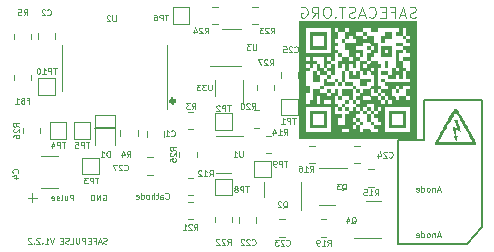
<source format=gbo>
G04 #@! TF.GenerationSoftware,KiCad,Pcbnew,(5.99.0-10559-g8513ca974c)*
G04 #@! TF.CreationDate,2021-05-16T19:19:17+12:00*
G04 #@! TF.ProjectId,SafePulse,53616665-5075-46c7-9365-2e6b69636164,V1.2.2*
G04 #@! TF.SameCoordinates,Original*
G04 #@! TF.FileFunction,Legend,Bot*
G04 #@! TF.FilePolarity,Positive*
%FSLAX46Y46*%
G04 Gerber Fmt 4.6, Leading zero omitted, Abs format (unit mm)*
G04 Created by KiCad (PCBNEW (5.99.0-10559-g8513ca974c)) date 2021-05-16 19:19:17*
%MOMM*%
%LPD*%
G01*
G04 APERTURE LIST*
%ADD10C,0.150000*%
%ADD11C,0.325000*%
%ADD12C,0.100000*%
%ADD13C,0.075000*%
%ADD14C,0.120000*%
G04 APERTURE END LIST*
D10*
X159270000Y-77575000D02*
X165100000Y-77575000D01*
X166370000Y-76200000D02*
X165100000Y-77575000D01*
X159270000Y-68825000D02*
X161495000Y-68825000D01*
X161520000Y-65405000D02*
X166370000Y-65405000D01*
X133670000Y-67770000D02*
X135370000Y-67770000D01*
X166370000Y-65405000D02*
X166370000Y-76200000D01*
X159250000Y-68835000D02*
X159250000Y-77575000D01*
D11*
X140362500Y-65500000D02*
G75*
G03*
X140362500Y-65500000I-162500J0D01*
G01*
D10*
X161520000Y-68825000D02*
X161520000Y-65405000D01*
D12*
X134305952Y-73450000D02*
X134353571Y-73426190D01*
X134425000Y-73426190D01*
X134496428Y-73450000D01*
X134544047Y-73497619D01*
X134567857Y-73545238D01*
X134591666Y-73640476D01*
X134591666Y-73711904D01*
X134567857Y-73807142D01*
X134544047Y-73854761D01*
X134496428Y-73902380D01*
X134425000Y-73926190D01*
X134377380Y-73926190D01*
X134305952Y-73902380D01*
X134282142Y-73878571D01*
X134282142Y-73711904D01*
X134377380Y-73711904D01*
X134067857Y-73926190D02*
X134067857Y-73426190D01*
X133782142Y-73926190D01*
X133782142Y-73426190D01*
X133544047Y-73926190D02*
X133544047Y-73426190D01*
X133425000Y-73426190D01*
X133353571Y-73450000D01*
X133305952Y-73497619D01*
X133282142Y-73545238D01*
X133258333Y-73640476D01*
X133258333Y-73711904D01*
X133282142Y-73807142D01*
X133305952Y-73854761D01*
X133353571Y-73902380D01*
X133425000Y-73926190D01*
X133544047Y-73926190D01*
X160815714Y-58429523D02*
X160680000Y-58474761D01*
X160453809Y-58474761D01*
X160363333Y-58429523D01*
X160318095Y-58384285D01*
X160272857Y-58293809D01*
X160272857Y-58203333D01*
X160318095Y-58112857D01*
X160363333Y-58067619D01*
X160453809Y-58022380D01*
X160634761Y-57977142D01*
X160725238Y-57931904D01*
X160770476Y-57886666D01*
X160815714Y-57796190D01*
X160815714Y-57705714D01*
X160770476Y-57615238D01*
X160725238Y-57570000D01*
X160634761Y-57524761D01*
X160408571Y-57524761D01*
X160272857Y-57570000D01*
X159910952Y-58203333D02*
X159458571Y-58203333D01*
X160001428Y-58474761D02*
X159684761Y-57524761D01*
X159368095Y-58474761D01*
X158734761Y-57977142D02*
X159051428Y-57977142D01*
X159051428Y-58474761D02*
X159051428Y-57524761D01*
X158599047Y-57524761D01*
X158237142Y-57977142D02*
X157920476Y-57977142D01*
X157784761Y-58474761D02*
X158237142Y-58474761D01*
X158237142Y-57524761D01*
X157784761Y-57524761D01*
X156834761Y-58384285D02*
X156880000Y-58429523D01*
X157015714Y-58474761D01*
X157106190Y-58474761D01*
X157241904Y-58429523D01*
X157332380Y-58339047D01*
X157377619Y-58248571D01*
X157422857Y-58067619D01*
X157422857Y-57931904D01*
X157377619Y-57750952D01*
X157332380Y-57660476D01*
X157241904Y-57570000D01*
X157106190Y-57524761D01*
X157015714Y-57524761D01*
X156880000Y-57570000D01*
X156834761Y-57615238D01*
X156472857Y-58203333D02*
X156020476Y-58203333D01*
X156563333Y-58474761D02*
X156246666Y-57524761D01*
X155930000Y-58474761D01*
X155658571Y-58429523D02*
X155522857Y-58474761D01*
X155296666Y-58474761D01*
X155206190Y-58429523D01*
X155160952Y-58384285D01*
X155115714Y-58293809D01*
X155115714Y-58203333D01*
X155160952Y-58112857D01*
X155206190Y-58067619D01*
X155296666Y-58022380D01*
X155477619Y-57977142D01*
X155568095Y-57931904D01*
X155613333Y-57886666D01*
X155658571Y-57796190D01*
X155658571Y-57705714D01*
X155613333Y-57615238D01*
X155568095Y-57570000D01*
X155477619Y-57524761D01*
X155251428Y-57524761D01*
X155115714Y-57570000D01*
X154844285Y-57524761D02*
X154301428Y-57524761D01*
X154572857Y-58474761D02*
X154572857Y-57524761D01*
X153984761Y-58384285D02*
X153939523Y-58429523D01*
X153984761Y-58474761D01*
X154030000Y-58429523D01*
X153984761Y-58384285D01*
X153984761Y-58474761D01*
X153351428Y-57524761D02*
X153170476Y-57524761D01*
X153080000Y-57570000D01*
X152989523Y-57660476D01*
X152944285Y-57841428D01*
X152944285Y-58158095D01*
X152989523Y-58339047D01*
X153080000Y-58429523D01*
X153170476Y-58474761D01*
X153351428Y-58474761D01*
X153441904Y-58429523D01*
X153532380Y-58339047D01*
X153577619Y-58158095D01*
X153577619Y-57841428D01*
X153532380Y-57660476D01*
X153441904Y-57570000D01*
X153351428Y-57524761D01*
X151994285Y-58474761D02*
X152310952Y-58022380D01*
X152537142Y-58474761D02*
X152537142Y-57524761D01*
X152175238Y-57524761D01*
X152084761Y-57570000D01*
X152039523Y-57615238D01*
X151994285Y-57705714D01*
X151994285Y-57841428D01*
X152039523Y-57931904D01*
X152084761Y-57977142D01*
X152175238Y-58022380D01*
X152537142Y-58022380D01*
X151089523Y-57570000D02*
X151180000Y-57524761D01*
X151315714Y-57524761D01*
X151451428Y-57570000D01*
X151541904Y-57660476D01*
X151587142Y-57750952D01*
X151632380Y-57931904D01*
X151632380Y-58067619D01*
X151587142Y-58248571D01*
X151541904Y-58339047D01*
X151451428Y-58429523D01*
X151315714Y-58474761D01*
X151225238Y-58474761D01*
X151089523Y-58429523D01*
X151044285Y-58384285D01*
X151044285Y-58067619D01*
X151225238Y-58067619D01*
X128721952Y-73711428D02*
X127960047Y-73711428D01*
X128341000Y-74092380D02*
X128341000Y-73330476D01*
D13*
X134633333Y-77567380D02*
X134561904Y-77591190D01*
X134442857Y-77591190D01*
X134395238Y-77567380D01*
X134371428Y-77543571D01*
X134347619Y-77495952D01*
X134347619Y-77448333D01*
X134371428Y-77400714D01*
X134395238Y-77376904D01*
X134442857Y-77353095D01*
X134538095Y-77329285D01*
X134585714Y-77305476D01*
X134609523Y-77281666D01*
X134633333Y-77234047D01*
X134633333Y-77186428D01*
X134609523Y-77138809D01*
X134585714Y-77115000D01*
X134538095Y-77091190D01*
X134419047Y-77091190D01*
X134347619Y-77115000D01*
X134157142Y-77448333D02*
X133919047Y-77448333D01*
X134204761Y-77591190D02*
X134038095Y-77091190D01*
X133871428Y-77591190D01*
X133538095Y-77329285D02*
X133704761Y-77329285D01*
X133704761Y-77591190D02*
X133704761Y-77091190D01*
X133466666Y-77091190D01*
X133276190Y-77329285D02*
X133109523Y-77329285D01*
X133038095Y-77591190D02*
X133276190Y-77591190D01*
X133276190Y-77091190D01*
X133038095Y-77091190D01*
X132823809Y-77591190D02*
X132823809Y-77091190D01*
X132633333Y-77091190D01*
X132585714Y-77115000D01*
X132561904Y-77138809D01*
X132538095Y-77186428D01*
X132538095Y-77257857D01*
X132561904Y-77305476D01*
X132585714Y-77329285D01*
X132633333Y-77353095D01*
X132823809Y-77353095D01*
X132323809Y-77091190D02*
X132323809Y-77495952D01*
X132300000Y-77543571D01*
X132276190Y-77567380D01*
X132228571Y-77591190D01*
X132133333Y-77591190D01*
X132085714Y-77567380D01*
X132061904Y-77543571D01*
X132038095Y-77495952D01*
X132038095Y-77091190D01*
X131561904Y-77591190D02*
X131800000Y-77591190D01*
X131800000Y-77091190D01*
X131419047Y-77567380D02*
X131347619Y-77591190D01*
X131228571Y-77591190D01*
X131180952Y-77567380D01*
X131157142Y-77543571D01*
X131133333Y-77495952D01*
X131133333Y-77448333D01*
X131157142Y-77400714D01*
X131180952Y-77376904D01*
X131228571Y-77353095D01*
X131323809Y-77329285D01*
X131371428Y-77305476D01*
X131395238Y-77281666D01*
X131419047Y-77234047D01*
X131419047Y-77186428D01*
X131395238Y-77138809D01*
X131371428Y-77115000D01*
X131323809Y-77091190D01*
X131204761Y-77091190D01*
X131133333Y-77115000D01*
X130919047Y-77329285D02*
X130752380Y-77329285D01*
X130680952Y-77591190D02*
X130919047Y-77591190D01*
X130919047Y-77091190D01*
X130680952Y-77091190D01*
X130157142Y-77091190D02*
X129990476Y-77591190D01*
X129823809Y-77091190D01*
X129395238Y-77591190D02*
X129680952Y-77591190D01*
X129538095Y-77591190D02*
X129538095Y-77091190D01*
X129585714Y-77162619D01*
X129633333Y-77210238D01*
X129680952Y-77234047D01*
X129180952Y-77543571D02*
X129157142Y-77567380D01*
X129180952Y-77591190D01*
X129204761Y-77567380D01*
X129180952Y-77543571D01*
X129180952Y-77591190D01*
X128966666Y-77138809D02*
X128942857Y-77115000D01*
X128895238Y-77091190D01*
X128776190Y-77091190D01*
X128728571Y-77115000D01*
X128704761Y-77138809D01*
X128680952Y-77186428D01*
X128680952Y-77234047D01*
X128704761Y-77305476D01*
X128990476Y-77591190D01*
X128680952Y-77591190D01*
X128466666Y-77543571D02*
X128442857Y-77567380D01*
X128466666Y-77591190D01*
X128490476Y-77567380D01*
X128466666Y-77543571D01*
X128466666Y-77591190D01*
X128252380Y-77138809D02*
X128228571Y-77115000D01*
X128180952Y-77091190D01*
X128061904Y-77091190D01*
X128014285Y-77115000D01*
X127990476Y-77138809D01*
X127966666Y-77186428D01*
X127966666Y-77234047D01*
X127990476Y-77305476D01*
X128276190Y-77591190D01*
X127966666Y-77591190D01*
D12*
X131785761Y-73926190D02*
X131785761Y-73426190D01*
X131595285Y-73426190D01*
X131547666Y-73450000D01*
X131523857Y-73473809D01*
X131500047Y-73521428D01*
X131500047Y-73592857D01*
X131523857Y-73640476D01*
X131547666Y-73664285D01*
X131595285Y-73688095D01*
X131785761Y-73688095D01*
X131071476Y-73592857D02*
X131071476Y-73926190D01*
X131285761Y-73592857D02*
X131285761Y-73854761D01*
X131261952Y-73902380D01*
X131214333Y-73926190D01*
X131142904Y-73926190D01*
X131095285Y-73902380D01*
X131071476Y-73878571D01*
X130761952Y-73926190D02*
X130809571Y-73902380D01*
X130833380Y-73854761D01*
X130833380Y-73426190D01*
X130595285Y-73902380D02*
X130547666Y-73926190D01*
X130452428Y-73926190D01*
X130404809Y-73902380D01*
X130381000Y-73854761D01*
X130381000Y-73830952D01*
X130404809Y-73783333D01*
X130452428Y-73759523D01*
X130523857Y-73759523D01*
X130571476Y-73735714D01*
X130595285Y-73688095D01*
X130595285Y-73664285D01*
X130571476Y-73616666D01*
X130523857Y-73592857D01*
X130452428Y-73592857D01*
X130404809Y-73616666D01*
X129976238Y-73902380D02*
X130023857Y-73926190D01*
X130119095Y-73926190D01*
X130166714Y-73902380D01*
X130190523Y-73854761D01*
X130190523Y-73664285D01*
X130166714Y-73616666D01*
X130119095Y-73592857D01*
X130023857Y-73592857D01*
X129976238Y-73616666D01*
X129952428Y-73664285D01*
X129952428Y-73711904D01*
X130190523Y-73759523D01*
D13*
X162851904Y-73028333D02*
X162613809Y-73028333D01*
X162899523Y-73171190D02*
X162732857Y-72671190D01*
X162566190Y-73171190D01*
X162399523Y-72837857D02*
X162399523Y-73171190D01*
X162399523Y-72885476D02*
X162375714Y-72861666D01*
X162328095Y-72837857D01*
X162256666Y-72837857D01*
X162209047Y-72861666D01*
X162185238Y-72909285D01*
X162185238Y-73171190D01*
X161875714Y-73171190D02*
X161923333Y-73147380D01*
X161947142Y-73123571D01*
X161970952Y-73075952D01*
X161970952Y-72933095D01*
X161947142Y-72885476D01*
X161923333Y-72861666D01*
X161875714Y-72837857D01*
X161804285Y-72837857D01*
X161756666Y-72861666D01*
X161732857Y-72885476D01*
X161709047Y-72933095D01*
X161709047Y-73075952D01*
X161732857Y-73123571D01*
X161756666Y-73147380D01*
X161804285Y-73171190D01*
X161875714Y-73171190D01*
X161280476Y-73171190D02*
X161280476Y-72671190D01*
X161280476Y-73147380D02*
X161328095Y-73171190D01*
X161423333Y-73171190D01*
X161470952Y-73147380D01*
X161494761Y-73123571D01*
X161518571Y-73075952D01*
X161518571Y-72933095D01*
X161494761Y-72885476D01*
X161470952Y-72861666D01*
X161423333Y-72837857D01*
X161328095Y-72837857D01*
X161280476Y-72861666D01*
X160851904Y-73147380D02*
X160899523Y-73171190D01*
X160994761Y-73171190D01*
X161042380Y-73147380D01*
X161066190Y-73099761D01*
X161066190Y-72909285D01*
X161042380Y-72861666D01*
X160994761Y-72837857D01*
X160899523Y-72837857D01*
X160851904Y-72861666D01*
X160828095Y-72909285D01*
X160828095Y-72956904D01*
X161066190Y-73004523D01*
X162851904Y-76898333D02*
X162613809Y-76898333D01*
X162899523Y-77041190D02*
X162732857Y-76541190D01*
X162566190Y-77041190D01*
X162399523Y-76707857D02*
X162399523Y-77041190D01*
X162399523Y-76755476D02*
X162375714Y-76731666D01*
X162328095Y-76707857D01*
X162256666Y-76707857D01*
X162209047Y-76731666D01*
X162185238Y-76779285D01*
X162185238Y-77041190D01*
X161875714Y-77041190D02*
X161923333Y-77017380D01*
X161947142Y-76993571D01*
X161970952Y-76945952D01*
X161970952Y-76803095D01*
X161947142Y-76755476D01*
X161923333Y-76731666D01*
X161875714Y-76707857D01*
X161804285Y-76707857D01*
X161756666Y-76731666D01*
X161732857Y-76755476D01*
X161709047Y-76803095D01*
X161709047Y-76945952D01*
X161732857Y-76993571D01*
X161756666Y-77017380D01*
X161804285Y-77041190D01*
X161875714Y-77041190D01*
X161280476Y-77041190D02*
X161280476Y-76541190D01*
X161280476Y-77017380D02*
X161328095Y-77041190D01*
X161423333Y-77041190D01*
X161470952Y-77017380D01*
X161494761Y-76993571D01*
X161518571Y-76945952D01*
X161518571Y-76803095D01*
X161494761Y-76755476D01*
X161470952Y-76731666D01*
X161423333Y-76707857D01*
X161328095Y-76707857D01*
X161280476Y-76731666D01*
X160851904Y-77017380D02*
X160899523Y-77041190D01*
X160994761Y-77041190D01*
X161042380Y-77017380D01*
X161066190Y-76969761D01*
X161066190Y-76779285D01*
X161042380Y-76731666D01*
X160994761Y-76707857D01*
X160899523Y-76707857D01*
X160851904Y-76731666D01*
X160828095Y-76779285D01*
X160828095Y-76826904D01*
X161066190Y-76874523D01*
X139607142Y-73743571D02*
X139630952Y-73767380D01*
X139702380Y-73791190D01*
X139750000Y-73791190D01*
X139821428Y-73767380D01*
X139869047Y-73719761D01*
X139892857Y-73672142D01*
X139916666Y-73576904D01*
X139916666Y-73505476D01*
X139892857Y-73410238D01*
X139869047Y-73362619D01*
X139821428Y-73315000D01*
X139750000Y-73291190D01*
X139702380Y-73291190D01*
X139630952Y-73315000D01*
X139607142Y-73338809D01*
X139178571Y-73791190D02*
X139178571Y-73529285D01*
X139202380Y-73481666D01*
X139250000Y-73457857D01*
X139345238Y-73457857D01*
X139392857Y-73481666D01*
X139178571Y-73767380D02*
X139226190Y-73791190D01*
X139345238Y-73791190D01*
X139392857Y-73767380D01*
X139416666Y-73719761D01*
X139416666Y-73672142D01*
X139392857Y-73624523D01*
X139345238Y-73600714D01*
X139226190Y-73600714D01*
X139178571Y-73576904D01*
X139011904Y-73457857D02*
X138821428Y-73457857D01*
X138940476Y-73291190D02*
X138940476Y-73719761D01*
X138916666Y-73767380D01*
X138869047Y-73791190D01*
X138821428Y-73791190D01*
X138654761Y-73791190D02*
X138654761Y-73291190D01*
X138440476Y-73791190D02*
X138440476Y-73529285D01*
X138464285Y-73481666D01*
X138511904Y-73457857D01*
X138583333Y-73457857D01*
X138630952Y-73481666D01*
X138654761Y-73505476D01*
X138130952Y-73791190D02*
X138178571Y-73767380D01*
X138202380Y-73743571D01*
X138226190Y-73695952D01*
X138226190Y-73553095D01*
X138202380Y-73505476D01*
X138178571Y-73481666D01*
X138130952Y-73457857D01*
X138059523Y-73457857D01*
X138011904Y-73481666D01*
X137988095Y-73505476D01*
X137964285Y-73553095D01*
X137964285Y-73695952D01*
X137988095Y-73743571D01*
X138011904Y-73767380D01*
X138059523Y-73791190D01*
X138130952Y-73791190D01*
X137535714Y-73791190D02*
X137535714Y-73291190D01*
X137535714Y-73767380D02*
X137583333Y-73791190D01*
X137678571Y-73791190D01*
X137726190Y-73767380D01*
X137750000Y-73743571D01*
X137773809Y-73695952D01*
X137773809Y-73553095D01*
X137750000Y-73505476D01*
X137726190Y-73481666D01*
X137678571Y-73457857D01*
X137583333Y-73457857D01*
X137535714Y-73481666D01*
X137107142Y-73767380D02*
X137154761Y-73791190D01*
X137250000Y-73791190D01*
X137297619Y-73767380D01*
X137321428Y-73719761D01*
X137321428Y-73529285D01*
X137297619Y-73481666D01*
X137250000Y-73457857D01*
X137154761Y-73457857D01*
X137107142Y-73481666D01*
X137083333Y-73529285D01*
X137083333Y-73576904D01*
X137321428Y-73624523D01*
X133150952Y-68996190D02*
X132865238Y-68996190D01*
X133008095Y-69496190D02*
X133008095Y-68996190D01*
X132698571Y-69496190D02*
X132698571Y-68996190D01*
X132508095Y-68996190D01*
X132460476Y-69020000D01*
X132436666Y-69043809D01*
X132412857Y-69091428D01*
X132412857Y-69162857D01*
X132436666Y-69210476D01*
X132460476Y-69234285D01*
X132508095Y-69258095D01*
X132698571Y-69258095D01*
X131960476Y-68996190D02*
X132198571Y-68996190D01*
X132222380Y-69234285D01*
X132198571Y-69210476D01*
X132150952Y-69186666D01*
X132031904Y-69186666D01*
X131984285Y-69210476D01*
X131960476Y-69234285D01*
X131936666Y-69281904D01*
X131936666Y-69400952D01*
X131960476Y-69448571D01*
X131984285Y-69472380D01*
X132031904Y-69496190D01*
X132150952Y-69496190D01*
X132198571Y-69472380D01*
X132222380Y-69448571D01*
X142029428Y-76427690D02*
X142196095Y-76189595D01*
X142315142Y-76427690D02*
X142315142Y-75927690D01*
X142124666Y-75927690D01*
X142077047Y-75951500D01*
X142053238Y-75975309D01*
X142029428Y-76022928D01*
X142029428Y-76094357D01*
X142053238Y-76141976D01*
X142077047Y-76165785D01*
X142124666Y-76189595D01*
X142315142Y-76189595D01*
X141838952Y-75975309D02*
X141815142Y-75951500D01*
X141767523Y-75927690D01*
X141648476Y-75927690D01*
X141600857Y-75951500D01*
X141577047Y-75975309D01*
X141553238Y-76022928D01*
X141553238Y-76070547D01*
X141577047Y-76141976D01*
X141862761Y-76427690D01*
X141553238Y-76427690D01*
X141077047Y-76427690D02*
X141362761Y-76427690D01*
X141219904Y-76427690D02*
X141219904Y-75927690D01*
X141267523Y-75999119D01*
X141315142Y-76046738D01*
X141362761Y-76070547D01*
X150630952Y-66926190D02*
X150345238Y-66926190D01*
X150488095Y-67426190D02*
X150488095Y-66926190D01*
X150178571Y-67426190D02*
X150178571Y-66926190D01*
X149988095Y-66926190D01*
X149940476Y-66950000D01*
X149916666Y-66973809D01*
X149892857Y-67021428D01*
X149892857Y-67092857D01*
X149916666Y-67140476D01*
X149940476Y-67164285D01*
X149988095Y-67188095D01*
X150178571Y-67188095D01*
X149416666Y-67426190D02*
X149702380Y-67426190D01*
X149559523Y-67426190D02*
X149559523Y-66926190D01*
X149607142Y-66997619D01*
X149654761Y-67045238D01*
X149702380Y-67069047D01*
X143321428Y-71891190D02*
X143488095Y-71653095D01*
X143607142Y-71891190D02*
X143607142Y-71391190D01*
X143416666Y-71391190D01*
X143369047Y-71415000D01*
X143345238Y-71438809D01*
X143321428Y-71486428D01*
X143321428Y-71557857D01*
X143345238Y-71605476D01*
X143369047Y-71629285D01*
X143416666Y-71653095D01*
X143607142Y-71653095D01*
X142845238Y-71891190D02*
X143130952Y-71891190D01*
X142988095Y-71891190D02*
X142988095Y-71391190D01*
X143035714Y-71462619D01*
X143083333Y-71510238D01*
X143130952Y-71534047D01*
X142654761Y-71438809D02*
X142630952Y-71415000D01*
X142583333Y-71391190D01*
X142464285Y-71391190D01*
X142416666Y-71415000D01*
X142392857Y-71438809D01*
X142369047Y-71486428D01*
X142369047Y-71534047D01*
X142392857Y-71605476D01*
X142678571Y-71891190D01*
X142369047Y-71891190D01*
X154567619Y-73043809D02*
X154615238Y-73020000D01*
X154662857Y-72972380D01*
X154734285Y-72900952D01*
X154781904Y-72877142D01*
X154829523Y-72877142D01*
X154805714Y-72996190D02*
X154853333Y-72972380D01*
X154900952Y-72924761D01*
X154924761Y-72829523D01*
X154924761Y-72662857D01*
X154900952Y-72567619D01*
X154853333Y-72520000D01*
X154805714Y-72496190D01*
X154710476Y-72496190D01*
X154662857Y-72520000D01*
X154615238Y-72567619D01*
X154591428Y-72662857D01*
X154591428Y-72829523D01*
X154615238Y-72924761D01*
X154662857Y-72972380D01*
X154710476Y-72996190D01*
X154805714Y-72996190D01*
X154424761Y-72496190D02*
X154115238Y-72496190D01*
X154281904Y-72686666D01*
X154210476Y-72686666D01*
X154162857Y-72710476D01*
X154139047Y-72734285D01*
X154115238Y-72781904D01*
X154115238Y-72900952D01*
X154139047Y-72948571D01*
X154162857Y-72972380D01*
X154210476Y-72996190D01*
X154353333Y-72996190D01*
X154400952Y-72972380D01*
X154424761Y-72948571D01*
X139830952Y-58191190D02*
X139545238Y-58191190D01*
X139688095Y-58691190D02*
X139688095Y-58191190D01*
X139378571Y-58691190D02*
X139378571Y-58191190D01*
X139188095Y-58191190D01*
X139140476Y-58215000D01*
X139116666Y-58238809D01*
X139092857Y-58286428D01*
X139092857Y-58357857D01*
X139116666Y-58405476D01*
X139140476Y-58429285D01*
X139188095Y-58453095D01*
X139378571Y-58453095D01*
X138664285Y-58191190D02*
X138759523Y-58191190D01*
X138807142Y-58215000D01*
X138830952Y-58238809D01*
X138878571Y-58310238D01*
X138902380Y-58405476D01*
X138902380Y-58595952D01*
X138878571Y-58643571D01*
X138854761Y-58667380D01*
X138807142Y-58691190D01*
X138711904Y-58691190D01*
X138664285Y-58667380D01*
X138640476Y-58643571D01*
X138616666Y-58595952D01*
X138616666Y-58476904D01*
X138640476Y-58429285D01*
X138664285Y-58405476D01*
X138711904Y-58381666D01*
X138807142Y-58381666D01*
X138854761Y-58405476D01*
X138878571Y-58429285D01*
X138902380Y-58476904D01*
X142921428Y-59791190D02*
X143088095Y-59553095D01*
X143207142Y-59791190D02*
X143207142Y-59291190D01*
X143016666Y-59291190D01*
X142969047Y-59315000D01*
X142945238Y-59338809D01*
X142921428Y-59386428D01*
X142921428Y-59457857D01*
X142945238Y-59505476D01*
X142969047Y-59529285D01*
X143016666Y-59553095D01*
X143207142Y-59553095D01*
X142730952Y-59338809D02*
X142707142Y-59315000D01*
X142659523Y-59291190D01*
X142540476Y-59291190D01*
X142492857Y-59315000D01*
X142469047Y-59338809D01*
X142445238Y-59386428D01*
X142445238Y-59434047D01*
X142469047Y-59505476D01*
X142754761Y-59791190D01*
X142445238Y-59791190D01*
X142016666Y-59457857D02*
X142016666Y-59791190D01*
X142135714Y-59267380D02*
X142254761Y-59624523D01*
X141945238Y-59624523D01*
X149821428Y-77698571D02*
X149845238Y-77722380D01*
X149916666Y-77746190D01*
X149964285Y-77746190D01*
X150035714Y-77722380D01*
X150083333Y-77674761D01*
X150107142Y-77627142D01*
X150130952Y-77531904D01*
X150130952Y-77460476D01*
X150107142Y-77365238D01*
X150083333Y-77317619D01*
X150035714Y-77270000D01*
X149964285Y-77246190D01*
X149916666Y-77246190D01*
X149845238Y-77270000D01*
X149821428Y-77293809D01*
X149630952Y-77293809D02*
X149607142Y-77270000D01*
X149559523Y-77246190D01*
X149440476Y-77246190D01*
X149392857Y-77270000D01*
X149369047Y-77293809D01*
X149345238Y-77341428D01*
X149345238Y-77389047D01*
X149369047Y-77460476D01*
X149654761Y-77746190D01*
X149345238Y-77746190D01*
X149178571Y-77246190D02*
X148869047Y-77246190D01*
X149035714Y-77436666D01*
X148964285Y-77436666D01*
X148916666Y-77460476D01*
X148892857Y-77484285D01*
X148869047Y-77531904D01*
X148869047Y-77650952D01*
X148892857Y-77698571D01*
X148916666Y-77722380D01*
X148964285Y-77746190D01*
X149107142Y-77746190D01*
X149154761Y-77722380D01*
X149178571Y-77698571D01*
X129603333Y-58198571D02*
X129627142Y-58222380D01*
X129698571Y-58246190D01*
X129746190Y-58246190D01*
X129817619Y-58222380D01*
X129865238Y-58174761D01*
X129889047Y-58127142D01*
X129912857Y-58031904D01*
X129912857Y-57960476D01*
X129889047Y-57865238D01*
X129865238Y-57817619D01*
X129817619Y-57770000D01*
X129746190Y-57746190D01*
X129698571Y-57746190D01*
X129627142Y-57770000D01*
X129603333Y-57793809D01*
X129412857Y-57793809D02*
X129389047Y-57770000D01*
X129341428Y-57746190D01*
X129222380Y-57746190D01*
X129174761Y-57770000D01*
X129150952Y-57793809D01*
X129127142Y-57841428D01*
X129127142Y-57889047D01*
X129150952Y-57960476D01*
X129436666Y-58246190D01*
X129127142Y-58246190D01*
X133930952Y-71991190D02*
X133645238Y-71991190D01*
X133788095Y-72491190D02*
X133788095Y-71991190D01*
X133478571Y-72491190D02*
X133478571Y-71991190D01*
X133288095Y-71991190D01*
X133240476Y-72015000D01*
X133216666Y-72038809D01*
X133192857Y-72086428D01*
X133192857Y-72157857D01*
X133216666Y-72205476D01*
X133240476Y-72229285D01*
X133288095Y-72253095D01*
X133478571Y-72253095D01*
X133026190Y-71991190D02*
X132716666Y-71991190D01*
X132883333Y-72181666D01*
X132811904Y-72181666D01*
X132764285Y-72205476D01*
X132740476Y-72229285D01*
X132716666Y-72276904D01*
X132716666Y-72395952D01*
X132740476Y-72443571D01*
X132764285Y-72467380D01*
X132811904Y-72491190D01*
X132954761Y-72491190D01*
X133002380Y-72467380D01*
X133026190Y-72443571D01*
X158521428Y-70243571D02*
X158545238Y-70267380D01*
X158616666Y-70291190D01*
X158664285Y-70291190D01*
X158735714Y-70267380D01*
X158783333Y-70219761D01*
X158807142Y-70172142D01*
X158830952Y-70076904D01*
X158830952Y-70005476D01*
X158807142Y-69910238D01*
X158783333Y-69862619D01*
X158735714Y-69815000D01*
X158664285Y-69791190D01*
X158616666Y-69791190D01*
X158545238Y-69815000D01*
X158521428Y-69838809D01*
X158330952Y-69838809D02*
X158307142Y-69815000D01*
X158259523Y-69791190D01*
X158140476Y-69791190D01*
X158092857Y-69815000D01*
X158069047Y-69838809D01*
X158045238Y-69886428D01*
X158045238Y-69934047D01*
X158069047Y-70005476D01*
X158354761Y-70291190D01*
X158045238Y-70291190D01*
X157616666Y-69957857D02*
X157616666Y-70291190D01*
X157735714Y-69767380D02*
X157854761Y-70124523D01*
X157545238Y-70124523D01*
X140496190Y-69698571D02*
X140258095Y-69531904D01*
X140496190Y-69412857D02*
X139996190Y-69412857D01*
X139996190Y-69603333D01*
X140020000Y-69650952D01*
X140043809Y-69674761D01*
X140091428Y-69698571D01*
X140162857Y-69698571D01*
X140210476Y-69674761D01*
X140234285Y-69650952D01*
X140258095Y-69603333D01*
X140258095Y-69412857D01*
X140043809Y-69889047D02*
X140020000Y-69912857D01*
X139996190Y-69960476D01*
X139996190Y-70079523D01*
X140020000Y-70127142D01*
X140043809Y-70150952D01*
X140091428Y-70174761D01*
X140139047Y-70174761D01*
X140210476Y-70150952D01*
X140496190Y-69865238D01*
X140496190Y-70174761D01*
X139996190Y-70627142D02*
X139996190Y-70389047D01*
X140234285Y-70365238D01*
X140210476Y-70389047D01*
X140186666Y-70436666D01*
X140186666Y-70555714D01*
X140210476Y-70603333D01*
X140234285Y-70627142D01*
X140281904Y-70650952D01*
X140400952Y-70650952D01*
X140448571Y-70627142D01*
X140472380Y-70603333D01*
X140496190Y-70555714D01*
X140496190Y-70436666D01*
X140472380Y-70389047D01*
X140448571Y-70365238D01*
X144838428Y-77664690D02*
X145005095Y-77426595D01*
X145124142Y-77664690D02*
X145124142Y-77164690D01*
X144933666Y-77164690D01*
X144886047Y-77188500D01*
X144862238Y-77212309D01*
X144838428Y-77259928D01*
X144838428Y-77331357D01*
X144862238Y-77378976D01*
X144886047Y-77402785D01*
X144933666Y-77426595D01*
X145124142Y-77426595D01*
X144647952Y-77212309D02*
X144624142Y-77188500D01*
X144576523Y-77164690D01*
X144457476Y-77164690D01*
X144409857Y-77188500D01*
X144386047Y-77212309D01*
X144362238Y-77259928D01*
X144362238Y-77307547D01*
X144386047Y-77378976D01*
X144671761Y-77664690D01*
X144362238Y-77664690D01*
X144171761Y-77212309D02*
X144147952Y-77188500D01*
X144100333Y-77164690D01*
X143981285Y-77164690D01*
X143933666Y-77188500D01*
X143909857Y-77212309D01*
X143886047Y-77259928D01*
X143886047Y-77307547D01*
X143909857Y-77378976D01*
X144195571Y-77664690D01*
X143886047Y-77664690D01*
X134889047Y-70246190D02*
X134889047Y-69746190D01*
X134770000Y-69746190D01*
X134698571Y-69770000D01*
X134650952Y-69817619D01*
X134627142Y-69865238D01*
X134603333Y-69960476D01*
X134603333Y-70031904D01*
X134627142Y-70127142D01*
X134650952Y-70174761D01*
X134698571Y-70222380D01*
X134770000Y-70246190D01*
X134889047Y-70246190D01*
X134127142Y-70246190D02*
X134412857Y-70246190D01*
X134270000Y-70246190D02*
X134270000Y-69746190D01*
X134317619Y-69817619D01*
X134365238Y-69865238D01*
X134412857Y-69889047D01*
X127603333Y-58246190D02*
X127770000Y-58008095D01*
X127889047Y-58246190D02*
X127889047Y-57746190D01*
X127698571Y-57746190D01*
X127650952Y-57770000D01*
X127627142Y-57793809D01*
X127603333Y-57841428D01*
X127603333Y-57912857D01*
X127627142Y-57960476D01*
X127650952Y-57984285D01*
X127698571Y-58008095D01*
X127889047Y-58008095D01*
X127150952Y-57746190D02*
X127389047Y-57746190D01*
X127412857Y-57984285D01*
X127389047Y-57960476D01*
X127341428Y-57936666D01*
X127222380Y-57936666D01*
X127174761Y-57960476D01*
X127150952Y-57984285D01*
X127127142Y-58031904D01*
X127127142Y-58150952D01*
X127150952Y-58198571D01*
X127174761Y-58222380D01*
X127222380Y-58246190D01*
X127341428Y-58246190D01*
X127389047Y-58222380D01*
X127412857Y-58198571D01*
X146925428Y-77662071D02*
X146949238Y-77685880D01*
X147020666Y-77709690D01*
X147068285Y-77709690D01*
X147139714Y-77685880D01*
X147187333Y-77638261D01*
X147211142Y-77590642D01*
X147234952Y-77495404D01*
X147234952Y-77423976D01*
X147211142Y-77328738D01*
X147187333Y-77281119D01*
X147139714Y-77233500D01*
X147068285Y-77209690D01*
X147020666Y-77209690D01*
X146949238Y-77233500D01*
X146925428Y-77257309D01*
X146734952Y-77257309D02*
X146711142Y-77233500D01*
X146663523Y-77209690D01*
X146544476Y-77209690D01*
X146496857Y-77233500D01*
X146473047Y-77257309D01*
X146449238Y-77304928D01*
X146449238Y-77352547D01*
X146473047Y-77423976D01*
X146758761Y-77709690D01*
X146449238Y-77709690D01*
X146258761Y-77257309D02*
X146234952Y-77233500D01*
X146187333Y-77209690D01*
X146068285Y-77209690D01*
X146020666Y-77233500D01*
X145996857Y-77257309D01*
X145973047Y-77304928D01*
X145973047Y-77352547D01*
X145996857Y-77423976D01*
X146282571Y-77709690D01*
X145973047Y-77709690D01*
X155347619Y-75873809D02*
X155395238Y-75850000D01*
X155442857Y-75802380D01*
X155514285Y-75730952D01*
X155561904Y-75707142D01*
X155609523Y-75707142D01*
X155585714Y-75826190D02*
X155633333Y-75802380D01*
X155680952Y-75754761D01*
X155704761Y-75659523D01*
X155704761Y-75492857D01*
X155680952Y-75397619D01*
X155633333Y-75350000D01*
X155585714Y-75326190D01*
X155490476Y-75326190D01*
X155442857Y-75350000D01*
X155395238Y-75397619D01*
X155371428Y-75492857D01*
X155371428Y-75659523D01*
X155395238Y-75754761D01*
X155442857Y-75802380D01*
X155490476Y-75826190D01*
X155585714Y-75826190D01*
X154942857Y-75492857D02*
X154942857Y-75826190D01*
X155061904Y-75302380D02*
X155180952Y-75659523D01*
X154871428Y-75659523D01*
X146921428Y-66191190D02*
X147088095Y-65953095D01*
X147207142Y-66191190D02*
X147207142Y-65691190D01*
X147016666Y-65691190D01*
X146969047Y-65715000D01*
X146945238Y-65738809D01*
X146921428Y-65786428D01*
X146921428Y-65857857D01*
X146945238Y-65905476D01*
X146969047Y-65929285D01*
X147016666Y-65953095D01*
X147207142Y-65953095D01*
X146730952Y-65738809D02*
X146707142Y-65715000D01*
X146659523Y-65691190D01*
X146540476Y-65691190D01*
X146492857Y-65715000D01*
X146469047Y-65738809D01*
X146445238Y-65786428D01*
X146445238Y-65834047D01*
X146469047Y-65905476D01*
X146754761Y-66191190D01*
X146445238Y-66191190D01*
X146135714Y-65691190D02*
X146088095Y-65691190D01*
X146040476Y-65715000D01*
X146016666Y-65738809D01*
X145992857Y-65786428D01*
X145969047Y-65881666D01*
X145969047Y-66000714D01*
X145992857Y-66095952D01*
X146016666Y-66143571D01*
X146040476Y-66167380D01*
X146088095Y-66191190D01*
X146135714Y-66191190D01*
X146183333Y-66167380D01*
X146207142Y-66143571D01*
X146230952Y-66095952D01*
X146254761Y-66000714D01*
X146254761Y-65881666D01*
X146230952Y-65786428D01*
X146207142Y-65738809D01*
X146183333Y-65715000D01*
X146135714Y-65691190D01*
X149567619Y-74543809D02*
X149615238Y-74520000D01*
X149662857Y-74472380D01*
X149734285Y-74400952D01*
X149781904Y-74377142D01*
X149829523Y-74377142D01*
X149805714Y-74496190D02*
X149853333Y-74472380D01*
X149900952Y-74424761D01*
X149924761Y-74329523D01*
X149924761Y-74162857D01*
X149900952Y-74067619D01*
X149853333Y-74020000D01*
X149805714Y-73996190D01*
X149710476Y-73996190D01*
X149662857Y-74020000D01*
X149615238Y-74067619D01*
X149591428Y-74162857D01*
X149591428Y-74329523D01*
X149615238Y-74424761D01*
X149662857Y-74472380D01*
X149710476Y-74496190D01*
X149805714Y-74496190D01*
X149400952Y-74043809D02*
X149377142Y-74020000D01*
X149329523Y-73996190D01*
X149210476Y-73996190D01*
X149162857Y-74020000D01*
X149139047Y-74043809D01*
X149115238Y-74091428D01*
X149115238Y-74139047D01*
X149139047Y-74210476D01*
X149424761Y-74496190D01*
X149115238Y-74496190D01*
X130389047Y-62726190D02*
X130103333Y-62726190D01*
X130246190Y-63226190D02*
X130246190Y-62726190D01*
X129936666Y-63226190D02*
X129936666Y-62726190D01*
X129746190Y-62726190D01*
X129698571Y-62750000D01*
X129674761Y-62773809D01*
X129650952Y-62821428D01*
X129650952Y-62892857D01*
X129674761Y-62940476D01*
X129698571Y-62964285D01*
X129746190Y-62988095D01*
X129936666Y-62988095D01*
X129174761Y-63226190D02*
X129460476Y-63226190D01*
X129317619Y-63226190D02*
X129317619Y-62726190D01*
X129365238Y-62797619D01*
X129412857Y-62845238D01*
X129460476Y-62869047D01*
X128865238Y-62726190D02*
X128817619Y-62726190D01*
X128770000Y-62750000D01*
X128746190Y-62773809D01*
X128722380Y-62821428D01*
X128698571Y-62916666D01*
X128698571Y-63035714D01*
X128722380Y-63130952D01*
X128746190Y-63178571D01*
X128770000Y-63202380D01*
X128817619Y-63226190D01*
X128865238Y-63226190D01*
X128912857Y-63202380D01*
X128936666Y-63178571D01*
X128960476Y-63130952D01*
X128984285Y-63035714D01*
X128984285Y-62916666D01*
X128960476Y-62821428D01*
X128936666Y-62773809D01*
X128912857Y-62750000D01*
X128865238Y-62726190D01*
X148521428Y-59791190D02*
X148688095Y-59553095D01*
X148807142Y-59791190D02*
X148807142Y-59291190D01*
X148616666Y-59291190D01*
X148569047Y-59315000D01*
X148545238Y-59338809D01*
X148521428Y-59386428D01*
X148521428Y-59457857D01*
X148545238Y-59505476D01*
X148569047Y-59529285D01*
X148616666Y-59553095D01*
X148807142Y-59553095D01*
X148330952Y-59338809D02*
X148307142Y-59315000D01*
X148259523Y-59291190D01*
X148140476Y-59291190D01*
X148092857Y-59315000D01*
X148069047Y-59338809D01*
X148045238Y-59386428D01*
X148045238Y-59434047D01*
X148069047Y-59505476D01*
X148354761Y-59791190D01*
X148045238Y-59791190D01*
X147878571Y-59291190D02*
X147569047Y-59291190D01*
X147735714Y-59481666D01*
X147664285Y-59481666D01*
X147616666Y-59505476D01*
X147592857Y-59529285D01*
X147569047Y-59576904D01*
X147569047Y-59695952D01*
X147592857Y-59743571D01*
X147616666Y-59767380D01*
X147664285Y-59791190D01*
X147807142Y-59791190D01*
X147854761Y-59767380D01*
X147878571Y-59743571D01*
X140103333Y-68448571D02*
X140127142Y-68472380D01*
X140198571Y-68496190D01*
X140246190Y-68496190D01*
X140317619Y-68472380D01*
X140365238Y-68424761D01*
X140389047Y-68377142D01*
X140412857Y-68281904D01*
X140412857Y-68210476D01*
X140389047Y-68115238D01*
X140365238Y-68067619D01*
X140317619Y-68020000D01*
X140246190Y-67996190D01*
X140198571Y-67996190D01*
X140127142Y-68020000D01*
X140103333Y-68043809D01*
X139627142Y-68496190D02*
X139912857Y-68496190D01*
X139770000Y-68496190D02*
X139770000Y-67996190D01*
X139817619Y-68067619D01*
X139865238Y-68115238D01*
X139912857Y-68139047D01*
X149621428Y-68391190D02*
X149788095Y-68153095D01*
X149907142Y-68391190D02*
X149907142Y-67891190D01*
X149716666Y-67891190D01*
X149669047Y-67915000D01*
X149645238Y-67938809D01*
X149621428Y-67986428D01*
X149621428Y-68057857D01*
X149645238Y-68105476D01*
X149669047Y-68129285D01*
X149716666Y-68153095D01*
X149907142Y-68153095D01*
X149145238Y-68391190D02*
X149430952Y-68391190D01*
X149288095Y-68391190D02*
X149288095Y-67891190D01*
X149335714Y-67962619D01*
X149383333Y-68010238D01*
X149430952Y-68034047D01*
X148716666Y-68057857D02*
X148716666Y-68391190D01*
X148835714Y-67867380D02*
X148954761Y-68224523D01*
X148645238Y-68224523D01*
X145130952Y-65873190D02*
X144845238Y-65873190D01*
X144988095Y-66373190D02*
X144988095Y-65873190D01*
X144678571Y-66373190D02*
X144678571Y-65873190D01*
X144488095Y-65873190D01*
X144440476Y-65897000D01*
X144416666Y-65920809D01*
X144392857Y-65968428D01*
X144392857Y-66039857D01*
X144416666Y-66087476D01*
X144440476Y-66111285D01*
X144488095Y-66135095D01*
X144678571Y-66135095D01*
X144202380Y-65920809D02*
X144178571Y-65897000D01*
X144130952Y-65873190D01*
X144011904Y-65873190D01*
X143964285Y-65897000D01*
X143940476Y-65920809D01*
X143916666Y-65968428D01*
X143916666Y-66016047D01*
X143940476Y-66087476D01*
X144226190Y-66373190D01*
X143916666Y-66373190D01*
X146650952Y-72746190D02*
X146365238Y-72746190D01*
X146508095Y-73246190D02*
X146508095Y-72746190D01*
X146198571Y-73246190D02*
X146198571Y-72746190D01*
X146008095Y-72746190D01*
X145960476Y-72770000D01*
X145936666Y-72793809D01*
X145912857Y-72841428D01*
X145912857Y-72912857D01*
X145936666Y-72960476D01*
X145960476Y-72984285D01*
X146008095Y-73008095D01*
X146198571Y-73008095D01*
X145627142Y-72960476D02*
X145674761Y-72936666D01*
X145698571Y-72912857D01*
X145722380Y-72865238D01*
X145722380Y-72841428D01*
X145698571Y-72793809D01*
X145674761Y-72770000D01*
X145627142Y-72746190D01*
X145531904Y-72746190D01*
X145484285Y-72770000D01*
X145460476Y-72793809D01*
X145436666Y-72841428D01*
X145436666Y-72865238D01*
X145460476Y-72912857D01*
X145484285Y-72936666D01*
X145531904Y-72960476D01*
X145627142Y-72960476D01*
X145674761Y-72984285D01*
X145698571Y-73008095D01*
X145722380Y-73055714D01*
X145722380Y-73150952D01*
X145698571Y-73198571D01*
X145674761Y-73222380D01*
X145627142Y-73246190D01*
X145531904Y-73246190D01*
X145484285Y-73222380D01*
X145460476Y-73198571D01*
X145436666Y-73150952D01*
X145436666Y-73055714D01*
X145460476Y-73008095D01*
X145484285Y-72984285D01*
X145531904Y-72960476D01*
X149934952Y-70573190D02*
X149649238Y-70573190D01*
X149792095Y-71073190D02*
X149792095Y-70573190D01*
X149482571Y-71073190D02*
X149482571Y-70573190D01*
X149292095Y-70573190D01*
X149244476Y-70597000D01*
X149220666Y-70620809D01*
X149196857Y-70668428D01*
X149196857Y-70739857D01*
X149220666Y-70787476D01*
X149244476Y-70811285D01*
X149292095Y-70835095D01*
X149482571Y-70835095D01*
X148958761Y-71073190D02*
X148863523Y-71073190D01*
X148815904Y-71049380D01*
X148792095Y-71025571D01*
X148744476Y-70954142D01*
X148720666Y-70858904D01*
X148720666Y-70668428D01*
X148744476Y-70620809D01*
X148768285Y-70597000D01*
X148815904Y-70573190D01*
X148911142Y-70573190D01*
X148958761Y-70597000D01*
X148982571Y-70620809D01*
X149006380Y-70668428D01*
X149006380Y-70787476D01*
X148982571Y-70835095D01*
X148958761Y-70858904D01*
X148911142Y-70882714D01*
X148815904Y-70882714D01*
X148768285Y-70858904D01*
X148744476Y-70835095D01*
X148720666Y-70787476D01*
X135400952Y-58246190D02*
X135400952Y-58650952D01*
X135377142Y-58698571D01*
X135353333Y-58722380D01*
X135305714Y-58746190D01*
X135210476Y-58746190D01*
X135162857Y-58722380D01*
X135139047Y-58698571D01*
X135115238Y-58650952D01*
X135115238Y-58246190D01*
X134900952Y-58293809D02*
X134877142Y-58270000D01*
X134829523Y-58246190D01*
X134710476Y-58246190D01*
X134662857Y-58270000D01*
X134639047Y-58293809D01*
X134615238Y-58341428D01*
X134615238Y-58389047D01*
X134639047Y-58460476D01*
X134924761Y-58746190D01*
X134615238Y-58746190D01*
X127226190Y-67678571D02*
X126988095Y-67511904D01*
X127226190Y-67392857D02*
X126726190Y-67392857D01*
X126726190Y-67583333D01*
X126750000Y-67630952D01*
X126773809Y-67654761D01*
X126821428Y-67678571D01*
X126892857Y-67678571D01*
X126940476Y-67654761D01*
X126964285Y-67630952D01*
X126988095Y-67583333D01*
X126988095Y-67392857D01*
X126773809Y-67869047D02*
X126750000Y-67892857D01*
X126726190Y-67940476D01*
X126726190Y-68059523D01*
X126750000Y-68107142D01*
X126773809Y-68130952D01*
X126821428Y-68154761D01*
X126869047Y-68154761D01*
X126940476Y-68130952D01*
X127226190Y-67845238D01*
X127226190Y-68154761D01*
X126726190Y-68583333D02*
X126726190Y-68488095D01*
X126750000Y-68440476D01*
X126773809Y-68416666D01*
X126845238Y-68369047D01*
X126940476Y-68345238D01*
X127130952Y-68345238D01*
X127178571Y-68369047D01*
X127202380Y-68392857D01*
X127226190Y-68440476D01*
X127226190Y-68535714D01*
X127202380Y-68583333D01*
X127178571Y-68607142D01*
X127130952Y-68630952D01*
X127011904Y-68630952D01*
X126964285Y-68607142D01*
X126940476Y-68583333D01*
X126916666Y-68535714D01*
X126916666Y-68440476D01*
X126940476Y-68392857D01*
X126964285Y-68369047D01*
X127011904Y-68345238D01*
X136121428Y-71343571D02*
X136145238Y-71367380D01*
X136216666Y-71391190D01*
X136264285Y-71391190D01*
X136335714Y-71367380D01*
X136383333Y-71319761D01*
X136407142Y-71272142D01*
X136430952Y-71176904D01*
X136430952Y-71105476D01*
X136407142Y-71010238D01*
X136383333Y-70962619D01*
X136335714Y-70915000D01*
X136264285Y-70891190D01*
X136216666Y-70891190D01*
X136145238Y-70915000D01*
X136121428Y-70938809D01*
X135930952Y-70938809D02*
X135907142Y-70915000D01*
X135859523Y-70891190D01*
X135740476Y-70891190D01*
X135692857Y-70915000D01*
X135669047Y-70938809D01*
X135645238Y-70986428D01*
X135645238Y-71034047D01*
X135669047Y-71105476D01*
X135954761Y-71391190D01*
X135645238Y-71391190D01*
X135478571Y-70891190D02*
X135145238Y-70891190D01*
X135359523Y-71391190D01*
X141851333Y-66191190D02*
X142018000Y-65953095D01*
X142137047Y-66191190D02*
X142137047Y-65691190D01*
X141946571Y-65691190D01*
X141898952Y-65715000D01*
X141875142Y-65738809D01*
X141851333Y-65786428D01*
X141851333Y-65857857D01*
X141875142Y-65905476D01*
X141898952Y-65929285D01*
X141946571Y-65953095D01*
X142137047Y-65953095D01*
X141684666Y-65691190D02*
X141375142Y-65691190D01*
X141541809Y-65881666D01*
X141470380Y-65881666D01*
X141422761Y-65905476D01*
X141398952Y-65929285D01*
X141375142Y-65976904D01*
X141375142Y-66095952D01*
X141398952Y-66143571D01*
X141422761Y-66167380D01*
X141470380Y-66191190D01*
X141613238Y-66191190D01*
X141660857Y-66167380D01*
X141684666Y-66143571D01*
X136353333Y-70246190D02*
X136520000Y-70008095D01*
X136639047Y-70246190D02*
X136639047Y-69746190D01*
X136448571Y-69746190D01*
X136400952Y-69770000D01*
X136377142Y-69793809D01*
X136353333Y-69841428D01*
X136353333Y-69912857D01*
X136377142Y-69960476D01*
X136400952Y-69984285D01*
X136448571Y-70008095D01*
X136639047Y-70008095D01*
X135924761Y-69912857D02*
X135924761Y-70246190D01*
X136043809Y-69722380D02*
X136162857Y-70079523D01*
X135853333Y-70079523D01*
X147280952Y-60691190D02*
X147280952Y-61095952D01*
X147257142Y-61143571D01*
X147233333Y-61167380D01*
X147185714Y-61191190D01*
X147090476Y-61191190D01*
X147042857Y-61167380D01*
X147019047Y-61143571D01*
X146995238Y-61095952D01*
X146995238Y-60691190D01*
X146804761Y-60691190D02*
X146495238Y-60691190D01*
X146661904Y-60881666D01*
X146590476Y-60881666D01*
X146542857Y-60905476D01*
X146519047Y-60929285D01*
X146495238Y-60976904D01*
X146495238Y-61095952D01*
X146519047Y-61143571D01*
X146542857Y-61167380D01*
X146590476Y-61191190D01*
X146733333Y-61191190D01*
X146780952Y-61167380D01*
X146804761Y-61143571D01*
X157321428Y-73496190D02*
X157488095Y-73258095D01*
X157607142Y-73496190D02*
X157607142Y-72996190D01*
X157416666Y-72996190D01*
X157369047Y-73020000D01*
X157345238Y-73043809D01*
X157321428Y-73091428D01*
X157321428Y-73162857D01*
X157345238Y-73210476D01*
X157369047Y-73234285D01*
X157416666Y-73258095D01*
X157607142Y-73258095D01*
X156845238Y-73496190D02*
X157130952Y-73496190D01*
X156988095Y-73496190D02*
X156988095Y-72996190D01*
X157035714Y-73067619D01*
X157083333Y-73115238D01*
X157130952Y-73139047D01*
X156392857Y-72996190D02*
X156630952Y-72996190D01*
X156654761Y-73234285D01*
X156630952Y-73210476D01*
X156583333Y-73186666D01*
X156464285Y-73186666D01*
X156416666Y-73210476D01*
X156392857Y-73234285D01*
X156369047Y-73281904D01*
X156369047Y-73400952D01*
X156392857Y-73448571D01*
X156416666Y-73472380D01*
X156464285Y-73496190D01*
X156583333Y-73496190D01*
X156630952Y-73472380D01*
X156654761Y-73448571D01*
X131130952Y-68976190D02*
X130845238Y-68976190D01*
X130988095Y-69476190D02*
X130988095Y-68976190D01*
X130678571Y-69476190D02*
X130678571Y-68976190D01*
X130488095Y-68976190D01*
X130440476Y-69000000D01*
X130416666Y-69023809D01*
X130392857Y-69071428D01*
X130392857Y-69142857D01*
X130416666Y-69190476D01*
X130440476Y-69214285D01*
X130488095Y-69238095D01*
X130678571Y-69238095D01*
X129964285Y-69142857D02*
X129964285Y-69476190D01*
X130083333Y-68952380D02*
X130202380Y-69309523D01*
X129892857Y-69309523D01*
X146150952Y-69746190D02*
X146150952Y-70150952D01*
X146127142Y-70198571D01*
X146103333Y-70222380D01*
X146055714Y-70246190D01*
X145960476Y-70246190D01*
X145912857Y-70222380D01*
X145889047Y-70198571D01*
X145865238Y-70150952D01*
X145865238Y-69746190D01*
X145365238Y-70246190D02*
X145650952Y-70246190D01*
X145508095Y-70246190D02*
X145508095Y-69746190D01*
X145555714Y-69817619D01*
X145603333Y-69865238D01*
X145650952Y-69889047D01*
X151841428Y-71496190D02*
X152008095Y-71258095D01*
X152127142Y-71496190D02*
X152127142Y-70996190D01*
X151936666Y-70996190D01*
X151889047Y-71020000D01*
X151865238Y-71043809D01*
X151841428Y-71091428D01*
X151841428Y-71162857D01*
X151865238Y-71210476D01*
X151889047Y-71234285D01*
X151936666Y-71258095D01*
X152127142Y-71258095D01*
X151365238Y-71496190D02*
X151650952Y-71496190D01*
X151508095Y-71496190D02*
X151508095Y-70996190D01*
X151555714Y-71067619D01*
X151603333Y-71115238D01*
X151650952Y-71139047D01*
X150936666Y-70996190D02*
X151031904Y-70996190D01*
X151079523Y-71020000D01*
X151103333Y-71043809D01*
X151150952Y-71115238D01*
X151174761Y-71210476D01*
X151174761Y-71400952D01*
X151150952Y-71448571D01*
X151127142Y-71472380D01*
X151079523Y-71496190D01*
X150984285Y-71496190D01*
X150936666Y-71472380D01*
X150912857Y-71448571D01*
X150889047Y-71400952D01*
X150889047Y-71281904D01*
X150912857Y-71234285D01*
X150936666Y-71210476D01*
X150984285Y-71186666D01*
X151079523Y-71186666D01*
X151127142Y-71210476D01*
X151150952Y-71234285D01*
X151174761Y-71281904D01*
X150521428Y-61328571D02*
X150545238Y-61352380D01*
X150616666Y-61376190D01*
X150664285Y-61376190D01*
X150735714Y-61352380D01*
X150783333Y-61304761D01*
X150807142Y-61257142D01*
X150830952Y-61161904D01*
X150830952Y-61090476D01*
X150807142Y-60995238D01*
X150783333Y-60947619D01*
X150735714Y-60900000D01*
X150664285Y-60876190D01*
X150616666Y-60876190D01*
X150545238Y-60900000D01*
X150521428Y-60923809D01*
X150330952Y-60923809D02*
X150307142Y-60900000D01*
X150259523Y-60876190D01*
X150140476Y-60876190D01*
X150092857Y-60900000D01*
X150069047Y-60923809D01*
X150045238Y-60971428D01*
X150045238Y-61019047D01*
X150069047Y-61090476D01*
X150354761Y-61376190D01*
X150045238Y-61376190D01*
X149592857Y-60876190D02*
X149830952Y-60876190D01*
X149854761Y-61114285D01*
X149830952Y-61090476D01*
X149783333Y-61066666D01*
X149664285Y-61066666D01*
X149616666Y-61090476D01*
X149592857Y-61114285D01*
X149569047Y-61161904D01*
X149569047Y-61280952D01*
X149592857Y-61328571D01*
X149616666Y-61352380D01*
X149664285Y-61376190D01*
X149783333Y-61376190D01*
X149830952Y-61352380D01*
X149854761Y-61328571D01*
X127916666Y-65464285D02*
X128083333Y-65464285D01*
X128083333Y-65726190D02*
X128083333Y-65226190D01*
X127845238Y-65226190D01*
X127488095Y-65464285D02*
X127416666Y-65488095D01*
X127392857Y-65511904D01*
X127369047Y-65559523D01*
X127369047Y-65630952D01*
X127392857Y-65678571D01*
X127416666Y-65702380D01*
X127464285Y-65726190D01*
X127654761Y-65726190D01*
X127654761Y-65226190D01*
X127488095Y-65226190D01*
X127440476Y-65250000D01*
X127416666Y-65273809D01*
X127392857Y-65321428D01*
X127392857Y-65369047D01*
X127416666Y-65416666D01*
X127440476Y-65440476D01*
X127488095Y-65464285D01*
X127654761Y-65464285D01*
X126892857Y-65726190D02*
X127178571Y-65726190D01*
X127035714Y-65726190D02*
X127035714Y-65226190D01*
X127083333Y-65297619D01*
X127130952Y-65345238D01*
X127178571Y-65369047D01*
X148421428Y-62491190D02*
X148588095Y-62253095D01*
X148707142Y-62491190D02*
X148707142Y-61991190D01*
X148516666Y-61991190D01*
X148469047Y-62015000D01*
X148445238Y-62038809D01*
X148421428Y-62086428D01*
X148421428Y-62157857D01*
X148445238Y-62205476D01*
X148469047Y-62229285D01*
X148516666Y-62253095D01*
X148707142Y-62253095D01*
X148230952Y-62038809D02*
X148207142Y-62015000D01*
X148159523Y-61991190D01*
X148040476Y-61991190D01*
X147992857Y-62015000D01*
X147969047Y-62038809D01*
X147945238Y-62086428D01*
X147945238Y-62134047D01*
X147969047Y-62205476D01*
X148254761Y-62491190D01*
X147945238Y-62491190D01*
X147778571Y-61991190D02*
X147445238Y-61991190D01*
X147659523Y-62491190D01*
X127105571Y-71576166D02*
X127129380Y-71552357D01*
X127153190Y-71480928D01*
X127153190Y-71433309D01*
X127129380Y-71361880D01*
X127081761Y-71314261D01*
X127034142Y-71290452D01*
X126938904Y-71266642D01*
X126867476Y-71266642D01*
X126772238Y-71290452D01*
X126724619Y-71314261D01*
X126677000Y-71361880D01*
X126653190Y-71433309D01*
X126653190Y-71480928D01*
X126677000Y-71552357D01*
X126700809Y-71576166D01*
X126819857Y-72004738D02*
X127153190Y-72004738D01*
X126629380Y-71885690D02*
X126986523Y-71766642D01*
X126986523Y-72076166D01*
X153321428Y-77746190D02*
X153488095Y-77508095D01*
X153607142Y-77746190D02*
X153607142Y-77246190D01*
X153416666Y-77246190D01*
X153369047Y-77270000D01*
X153345238Y-77293809D01*
X153321428Y-77341428D01*
X153321428Y-77412857D01*
X153345238Y-77460476D01*
X153369047Y-77484285D01*
X153416666Y-77508095D01*
X153607142Y-77508095D01*
X152845238Y-77746190D02*
X153130952Y-77746190D01*
X152988095Y-77746190D02*
X152988095Y-77246190D01*
X153035714Y-77317619D01*
X153083333Y-77365238D01*
X153130952Y-77389047D01*
X152607142Y-77746190D02*
X152511904Y-77746190D01*
X152464285Y-77722380D01*
X152440476Y-77698571D01*
X152392857Y-77627142D01*
X152369047Y-77531904D01*
X152369047Y-77341428D01*
X152392857Y-77293809D01*
X152416666Y-77270000D01*
X152464285Y-77246190D01*
X152559523Y-77246190D01*
X152607142Y-77270000D01*
X152630952Y-77293809D01*
X152654761Y-77341428D01*
X152654761Y-77460476D01*
X152630952Y-77508095D01*
X152607142Y-77531904D01*
X152559523Y-77555714D01*
X152464285Y-77555714D01*
X152416666Y-77531904D01*
X152392857Y-77508095D01*
X152369047Y-77460476D01*
X143519047Y-64115190D02*
X143519047Y-64519952D01*
X143495238Y-64567571D01*
X143471428Y-64591380D01*
X143423809Y-64615190D01*
X143328571Y-64615190D01*
X143280952Y-64591380D01*
X143257142Y-64567571D01*
X143233333Y-64519952D01*
X143233333Y-64115190D01*
X143042857Y-64115190D02*
X142733333Y-64115190D01*
X142900000Y-64305666D01*
X142828571Y-64305666D01*
X142780952Y-64329476D01*
X142757142Y-64353285D01*
X142733333Y-64400904D01*
X142733333Y-64519952D01*
X142757142Y-64567571D01*
X142780952Y-64591380D01*
X142828571Y-64615190D01*
X142971428Y-64615190D01*
X143019047Y-64591380D01*
X143042857Y-64567571D01*
X142566666Y-64115190D02*
X142257142Y-64115190D01*
X142423809Y-64305666D01*
X142352380Y-64305666D01*
X142304761Y-64329476D01*
X142280952Y-64353285D01*
X142257142Y-64400904D01*
X142257142Y-64519952D01*
X142280952Y-64567571D01*
X142304761Y-64591380D01*
X142352380Y-64615190D01*
X142495238Y-64615190D01*
X142542857Y-64591380D01*
X142566666Y-64567571D01*
G36*
X155442717Y-63297717D02*
G01*
X155747572Y-63297717D01*
X155747572Y-62992861D01*
X156052428Y-62992861D01*
X156052428Y-63602572D01*
X155137861Y-63602572D01*
X155137861Y-62992861D01*
X155442717Y-62992861D01*
X155442717Y-63297717D01*
G37*
G36*
X158172559Y-65417848D02*
G01*
X157867703Y-65417848D01*
X157867703Y-65112992D01*
X158172559Y-65112992D01*
X158172559Y-65417848D01*
G37*
G36*
X153322586Y-63907428D02*
G01*
X153932297Y-63907428D01*
X153932297Y-64212283D01*
X153017730Y-64212283D01*
X153017730Y-63602572D01*
X153322586Y-63602572D01*
X153322586Y-63907428D01*
G37*
G36*
X153627441Y-64821994D02*
G01*
X153322586Y-64821994D01*
X153322586Y-64517139D01*
X153627441Y-64517139D01*
X153627441Y-64821994D01*
G37*
G36*
X160902400Y-58752600D02*
G01*
X160902400Y-68757400D01*
X150897600Y-68757400D01*
X150897600Y-66027559D01*
X151507310Y-66027559D01*
X151507310Y-68147690D01*
X153627441Y-68147690D01*
X153627441Y-67842834D01*
X154542008Y-67842834D01*
X154542008Y-68147690D01*
X155137861Y-68147690D01*
X155137861Y-67842834D01*
X154542008Y-67842834D01*
X153627441Y-67842834D01*
X153627441Y-66027559D01*
X151507310Y-66027559D01*
X150897600Y-66027559D01*
X150897600Y-62992861D01*
X151507310Y-62992861D01*
X151507310Y-64212283D01*
X151812706Y-64212283D01*
X151808972Y-64513674D01*
X151805237Y-64815066D01*
X151656274Y-64818999D01*
X151507310Y-64822932D01*
X151507310Y-65722703D01*
X151812166Y-65722703D01*
X151812166Y-65427086D01*
X152408020Y-65427086D01*
X152408020Y-65722703D01*
X152712875Y-65722703D01*
X152712875Y-65417848D01*
X153017730Y-65417848D01*
X153017730Y-65722703D01*
X153627441Y-65722703D01*
X153627441Y-65417848D01*
X153017730Y-65417848D01*
X152712875Y-65417848D01*
X152712875Y-65112992D01*
X152569685Y-65112992D01*
X152526042Y-65113425D01*
X152472531Y-65115323D01*
X152434177Y-65118385D01*
X152417258Y-65122230D01*
X152416278Y-65124871D01*
X152413643Y-65149542D01*
X152411373Y-65196284D01*
X152409595Y-65260913D01*
X152408434Y-65339242D01*
X152408020Y-65427086D01*
X151812166Y-65427086D01*
X151812166Y-65417848D01*
X152117331Y-65417848D01*
X152116568Y-65116457D01*
X152116541Y-65105462D01*
X152116344Y-65004626D01*
X152116231Y-64903195D01*
X152116203Y-64808246D01*
X152116263Y-64726856D01*
X152116413Y-64666102D01*
X152117021Y-64517139D01*
X152711937Y-64517139D01*
X152715870Y-64666102D01*
X152719804Y-64815066D01*
X153021195Y-64818800D01*
X153322586Y-64822535D01*
X153322586Y-65112992D01*
X153627441Y-65112992D01*
X153627441Y-64822932D01*
X153776405Y-64818999D01*
X153925368Y-64815066D01*
X153929301Y-64666102D01*
X153933234Y-64517139D01*
X154237152Y-64517139D01*
X154237152Y-65112992D01*
X154542008Y-65112992D01*
X154542008Y-65417848D01*
X154238090Y-65417848D01*
X154234157Y-65268884D01*
X154230224Y-65119921D01*
X154081260Y-65115988D01*
X153932297Y-65112055D01*
X153932297Y-65722703D01*
X154237152Y-65722703D01*
X154237152Y-66027559D01*
X153932297Y-66027559D01*
X153932297Y-66637270D01*
X154542945Y-66637270D01*
X154535079Y-66935196D01*
X154386116Y-66939130D01*
X154237152Y-66943063D01*
X154237152Y-67537979D01*
X154833006Y-67537979D01*
X154833006Y-66942125D01*
X155441779Y-66942125D01*
X155445712Y-67091088D01*
X155449645Y-67240052D01*
X155598609Y-67243985D01*
X155747572Y-67247918D01*
X155747572Y-67537041D01*
X155598609Y-67540974D01*
X155449645Y-67544907D01*
X155445712Y-67693871D01*
X155441779Y-67842834D01*
X155747572Y-67842834D01*
X155747572Y-67537979D01*
X156052428Y-67537979D01*
X156052428Y-68147690D01*
X156357283Y-68147690D01*
X156357283Y-67842294D01*
X156658674Y-67846028D01*
X156960065Y-67849763D01*
X156963998Y-67998726D01*
X156967932Y-68147690D01*
X157562848Y-68147690D01*
X157562848Y-67842834D01*
X157257992Y-67842834D01*
X157257992Y-67537979D01*
X157867703Y-67537979D01*
X157867703Y-67246980D01*
X157562848Y-67246980D01*
X157562848Y-66943063D01*
X157413884Y-66939130D01*
X157264921Y-66935196D01*
X157257055Y-66637270D01*
X157562848Y-66637270D01*
X157562848Y-66332414D01*
X157867703Y-66332414D01*
X157867703Y-66027559D01*
X158172559Y-66027559D01*
X158172559Y-68147690D01*
X160292690Y-68147690D01*
X160292690Y-66027559D01*
X158172559Y-66027559D01*
X157867703Y-66027559D01*
X157562848Y-66027559D01*
X157562848Y-66332414D01*
X157257992Y-66332414D01*
X157257992Y-65722703D01*
X156662139Y-65722703D01*
X156662139Y-66027559D01*
X156357283Y-66027559D01*
X156357283Y-66332414D01*
X156052428Y-66332414D01*
X156052428Y-66637270D01*
X155747572Y-66637270D01*
X155747572Y-66942125D01*
X155441779Y-66942125D01*
X154833006Y-66942125D01*
X154833006Y-66637270D01*
X155137861Y-66637270D01*
X155137861Y-66332414D01*
X155442717Y-66332414D01*
X155442717Y-66027559D01*
X155747572Y-66027559D01*
X155747572Y-66332414D01*
X156052428Y-66332414D01*
X156052428Y-66027559D01*
X155747572Y-66027559D01*
X155747572Y-65722703D01*
X156052428Y-65722703D01*
X156052428Y-65417848D01*
X156967932Y-65417848D01*
X156963998Y-65268884D01*
X156960065Y-65119921D01*
X156357283Y-65113065D01*
X156357283Y-65417848D01*
X155747572Y-65417848D01*
X155747572Y-65112992D01*
X156052428Y-65112992D01*
X156052428Y-64822932D01*
X156201391Y-64818999D01*
X156350355Y-64815066D01*
X156354285Y-64666371D01*
X156358215Y-64517677D01*
X156401573Y-64517139D01*
X156966994Y-64517139D01*
X156966994Y-65112992D01*
X157562848Y-65112992D01*
X157562848Y-64822932D01*
X157413884Y-64818999D01*
X157264921Y-64815066D01*
X157260988Y-64666102D01*
X157257055Y-64517139D01*
X157561910Y-64517139D01*
X157565843Y-64666102D01*
X157569776Y-64815066D01*
X157718740Y-64818999D01*
X157867703Y-64822932D01*
X157867703Y-65112055D01*
X157718740Y-65115988D01*
X157569776Y-65119921D01*
X157565843Y-65268884D01*
X157561910Y-65417848D01*
X157867703Y-65417848D01*
X157867703Y-65722703D01*
X158172559Y-65722703D01*
X158172559Y-65417848D01*
X158477414Y-65417848D01*
X158477414Y-65722703D01*
X158782269Y-65722703D01*
X158782269Y-65417848D01*
X158477414Y-65417848D01*
X158477414Y-65112992D01*
X158172559Y-65112992D01*
X158172559Y-64821994D01*
X157867703Y-64821994D01*
X157867703Y-64517139D01*
X157561910Y-64517139D01*
X157257055Y-64517139D01*
X156966994Y-64517139D01*
X156401573Y-64517139D01*
X156659140Y-64513943D01*
X156960065Y-64510210D01*
X156963998Y-64361247D01*
X156967932Y-64212283D01*
X157257992Y-64212283D01*
X157257992Y-63297717D01*
X156967932Y-63297717D01*
X156963998Y-63148753D01*
X156960065Y-62999790D01*
X156697628Y-62992861D01*
X156662139Y-62991924D01*
X156662139Y-63297717D01*
X156357283Y-63297717D01*
X156357283Y-62992861D01*
X156052428Y-62992861D01*
X156052428Y-62092152D01*
X155747572Y-62092152D01*
X155747572Y-62688006D01*
X155442717Y-62688006D01*
X155442717Y-62397008D01*
X155137861Y-62397008D01*
X155137861Y-62991924D01*
X154988898Y-62995857D01*
X154839934Y-62999790D01*
X154836281Y-63453609D01*
X154832627Y-63907428D01*
X154542008Y-63907428D01*
X154542008Y-62992861D01*
X154833006Y-62992861D01*
X154833006Y-62397008D01*
X154542008Y-62397008D01*
X154542008Y-62688006D01*
X154237152Y-62688006D01*
X154237152Y-62093090D01*
X154386116Y-62089157D01*
X154535079Y-62085224D01*
X154539012Y-61936260D01*
X154542945Y-61787297D01*
X155136924Y-61787297D01*
X155140857Y-61936260D01*
X155144790Y-62085224D01*
X155293753Y-62089157D01*
X155442717Y-62093090D01*
X155442717Y-61787297D01*
X155137861Y-61787297D01*
X155137861Y-61482441D01*
X155747572Y-61482441D01*
X155747572Y-61787297D01*
X156052428Y-61787297D01*
X156052428Y-61482441D01*
X155747572Y-61482441D01*
X155137861Y-61482441D01*
X155137861Y-61177586D01*
X154833006Y-61177586D01*
X154833006Y-60872731D01*
X155747572Y-60872731D01*
X155747572Y-61177586D01*
X156357283Y-61177586D01*
X156357283Y-61787297D01*
X156052428Y-61787297D01*
X156052428Y-62092152D01*
X156662139Y-62092152D01*
X156662139Y-61482441D01*
X156966994Y-61482441D01*
X156966994Y-61177586D01*
X157257992Y-61177586D01*
X157257992Y-60872731D01*
X156967932Y-60872731D01*
X156963998Y-60723767D01*
X156960065Y-60574804D01*
X156658674Y-60571069D01*
X156357283Y-60567335D01*
X156357283Y-60872731D01*
X155747572Y-60872731D01*
X154833006Y-60872731D01*
X154833006Y-60567875D01*
X155747572Y-60567875D01*
X155747572Y-60263020D01*
X155442717Y-60263020D01*
X155442717Y-59972021D01*
X156357283Y-59972021D01*
X156357283Y-60263020D01*
X156662139Y-60263020D01*
X156662139Y-59972021D01*
X156357283Y-59972021D01*
X155442717Y-59972021D01*
X155137861Y-59972021D01*
X155137861Y-60262082D01*
X154988898Y-60266015D01*
X154839934Y-60269948D01*
X154836001Y-60418912D01*
X154832068Y-60567875D01*
X154542008Y-60567875D01*
X154542008Y-60263020D01*
X154833006Y-60263020D01*
X154833006Y-59667166D01*
X154237152Y-59667166D01*
X154237152Y-60263020D01*
X153932297Y-60263020D01*
X153932297Y-60567875D01*
X154237152Y-60567875D01*
X154237152Y-60872731D01*
X153932297Y-60872731D01*
X153932297Y-61177586D01*
X154237152Y-61177586D01*
X154237152Y-61482441D01*
X153932297Y-61482441D01*
X153932297Y-62092152D01*
X153627441Y-62092152D01*
X153627441Y-62397008D01*
X153322586Y-62397008D01*
X153322586Y-62688006D01*
X153017730Y-62688006D01*
X153017730Y-62992861D01*
X153322586Y-62992861D01*
X153322586Y-63297717D01*
X152712875Y-63297717D01*
X152712875Y-63907428D01*
X152118052Y-63907428D01*
X152114072Y-63606037D01*
X152113948Y-63596413D01*
X152112959Y-63494943D01*
X152112469Y-63392195D01*
X152112481Y-63297717D01*
X152407082Y-63297717D01*
X152712875Y-63297717D01*
X152712875Y-62991924D01*
X152563912Y-62995857D01*
X152414948Y-62999790D01*
X152411015Y-63148753D01*
X152407082Y-63297717D01*
X152112481Y-63297717D01*
X152112481Y-63295417D01*
X152112994Y-63211854D01*
X152114011Y-63148753D01*
X152117929Y-62992861D01*
X152408020Y-62992861D01*
X152408020Y-62397008D01*
X152117021Y-62397008D01*
X152117021Y-62688006D01*
X151812166Y-62688006D01*
X151812166Y-62992861D01*
X151507310Y-62992861D01*
X150897600Y-62992861D01*
X150897600Y-62397008D01*
X151507310Y-62397008D01*
X151507310Y-62688006D01*
X151812166Y-62688006D01*
X151812166Y-62397008D01*
X151507310Y-62397008D01*
X150897600Y-62397008D01*
X150897600Y-61787297D01*
X151507310Y-61787297D01*
X151507310Y-62093090D01*
X151542837Y-62092152D01*
X151656274Y-62089157D01*
X151805237Y-62085224D01*
X151809170Y-61936260D01*
X151813103Y-61787297D01*
X152117021Y-61787297D01*
X152117021Y-62092152D01*
X152407082Y-62092152D01*
X152411015Y-62241116D01*
X152414948Y-62390079D01*
X152563912Y-62394012D01*
X152712875Y-62397945D01*
X152712875Y-62688006D01*
X153017730Y-62688006D01*
X153017730Y-61787297D01*
X153322586Y-61787297D01*
X153322586Y-62092152D01*
X153627441Y-62092152D01*
X153627441Y-61787297D01*
X153322586Y-61787297D01*
X153017730Y-61787297D01*
X152117021Y-61787297D01*
X151813103Y-61787297D01*
X151507310Y-61787297D01*
X150897600Y-61787297D01*
X150897600Y-59362310D01*
X151507310Y-59362310D01*
X151507310Y-61482441D01*
X153627441Y-61482441D01*
X153627441Y-59668104D01*
X153932297Y-59668104D01*
X154081260Y-59664170D01*
X154230224Y-59660237D01*
X154234157Y-59511274D01*
X154238090Y-59362310D01*
X154832068Y-59362310D01*
X154836001Y-59511274D01*
X154839934Y-59660237D01*
X154988898Y-59664170D01*
X155137861Y-59668104D01*
X155137861Y-59667166D01*
X155746635Y-59667166D01*
X155750568Y-59816129D01*
X155754501Y-59965093D01*
X156350355Y-59965093D01*
X156354288Y-59816129D01*
X156358221Y-59667166D01*
X156662139Y-59667166D01*
X156662139Y-59972021D01*
X156811102Y-59971188D01*
X156885269Y-59970931D01*
X156979944Y-59971062D01*
X157066624Y-59971676D01*
X157141366Y-59972715D01*
X157200227Y-59974120D01*
X157239262Y-59975833D01*
X157254527Y-59977794D01*
X157254948Y-59979743D01*
X157256126Y-60002536D01*
X157257137Y-60047559D01*
X157257925Y-60110700D01*
X157258435Y-60187850D01*
X157258608Y-60274896D01*
X157258566Y-60567875D01*
X157562848Y-60567875D01*
X157562848Y-61482441D01*
X157257992Y-61482441D01*
X157257992Y-61787297D01*
X156966994Y-61787297D01*
X156966994Y-62092152D01*
X156662139Y-62092152D01*
X156662139Y-62397008D01*
X156357283Y-62397008D01*
X156357283Y-62688006D01*
X156662139Y-62688006D01*
X156966994Y-62688006D01*
X156966994Y-62992861D01*
X157257992Y-62992861D01*
X157257992Y-62688006D01*
X156966994Y-62688006D01*
X156662139Y-62688006D01*
X156662139Y-62397945D01*
X156960065Y-62390079D01*
X156963998Y-62241116D01*
X156967932Y-62092152D01*
X157561910Y-62092152D01*
X157565843Y-62241116D01*
X157569776Y-62390079D01*
X157718740Y-62394012D01*
X157867703Y-62397945D01*
X157867703Y-62687068D01*
X157718740Y-62691002D01*
X157569776Y-62694935D01*
X157566194Y-63453609D01*
X157562611Y-64212283D01*
X157867703Y-64212283D01*
X157867703Y-64517139D01*
X158477414Y-64517139D01*
X158782269Y-64517139D01*
X158782269Y-65112055D01*
X158931233Y-65115988D01*
X159080196Y-65119921D01*
X159084129Y-65268884D01*
X159088062Y-65417848D01*
X159391980Y-65417848D01*
X159391980Y-65274658D01*
X159987834Y-65274658D01*
X159987834Y-65417848D01*
X160292690Y-65417848D01*
X160292690Y-65112992D01*
X160149500Y-65112992D01*
X160105857Y-65113425D01*
X160052346Y-65115323D01*
X160013992Y-65118385D01*
X159997072Y-65122230D01*
X159994284Y-65131721D01*
X159990954Y-65164471D01*
X159988678Y-65214209D01*
X159987834Y-65274658D01*
X159391980Y-65274658D01*
X159391980Y-65112992D01*
X159987834Y-65112992D01*
X159987834Y-64517139D01*
X160292690Y-64517139D01*
X160292690Y-64212283D01*
X159682979Y-64212283D01*
X159682979Y-64517139D01*
X159392918Y-64517139D01*
X159388985Y-64666102D01*
X159385052Y-64815066D01*
X159236088Y-64818999D01*
X159087125Y-64822932D01*
X159087125Y-64518076D01*
X159236088Y-64514143D01*
X159385052Y-64510210D01*
X159388985Y-64361247D01*
X159392918Y-64212283D01*
X159087125Y-64212283D01*
X159087125Y-64517139D01*
X158782269Y-64517139D01*
X158477414Y-64517139D01*
X158477414Y-64212283D01*
X158172559Y-64212283D01*
X158172559Y-63907428D01*
X160292690Y-63907428D01*
X160292690Y-63602572D01*
X159987834Y-63602572D01*
X159987834Y-62992861D01*
X160292690Y-62992861D01*
X160292690Y-62092152D01*
X159682979Y-62092152D01*
X159682979Y-61787297D01*
X160292690Y-61787297D01*
X160292690Y-61482441D01*
X159987834Y-61482441D01*
X159987834Y-61177586D01*
X159682979Y-61177586D01*
X159682979Y-60872731D01*
X160292690Y-60872731D01*
X160292690Y-60567875D01*
X159987834Y-60567875D01*
X159987834Y-60263020D01*
X159682979Y-60263020D01*
X159682979Y-59972021D01*
X159087125Y-59972021D01*
X159087125Y-59668104D01*
X159236088Y-59664170D01*
X159385052Y-59660237D01*
X159388985Y-59511274D01*
X159392918Y-59362310D01*
X159683051Y-59362310D01*
X159686479Y-59663702D01*
X159689907Y-59965093D01*
X159838871Y-59969026D01*
X159987834Y-59972959D01*
X159987834Y-60263020D01*
X160292690Y-60263020D01*
X160292690Y-59972021D01*
X159987834Y-59972021D01*
X159987834Y-59362310D01*
X159683051Y-59362310D01*
X159392918Y-59362310D01*
X157562848Y-59362310D01*
X157562848Y-59667166D01*
X156966994Y-59667166D01*
X156966994Y-59362310D01*
X156357283Y-59362310D01*
X156357283Y-59667166D01*
X155746635Y-59667166D01*
X155137861Y-59667166D01*
X155137861Y-59362310D01*
X154832068Y-59362310D01*
X154238090Y-59362310D01*
X153932297Y-59362310D01*
X153932297Y-59668104D01*
X153627441Y-59668104D01*
X153627441Y-59362310D01*
X151507310Y-59362310D01*
X150897600Y-59362310D01*
X150897600Y-58752600D01*
X160902400Y-58752600D01*
G37*
G36*
X155442717Y-64212283D02*
G01*
X154833006Y-64212283D01*
X154833006Y-63907428D01*
X155442717Y-63907428D01*
X155442717Y-64212283D01*
G37*
G36*
X159682979Y-60872731D02*
G01*
X159087125Y-60872731D01*
X159087125Y-60567875D01*
X159682979Y-60567875D01*
X159682979Y-60872731D01*
G37*
G36*
X156357283Y-67537979D02*
G01*
X156052428Y-67537979D01*
X156052428Y-67246980D01*
X156357283Y-67246980D01*
X156357283Y-67537979D01*
G37*
G36*
X156966994Y-61177586D02*
G01*
X156662139Y-61177586D01*
X156662139Y-60872731D01*
X156966994Y-60872731D01*
X156966994Y-61177586D01*
G37*
G36*
X157257992Y-66332414D02*
G01*
X157257992Y-66637270D01*
X156966994Y-66637270D01*
X156966994Y-67246980D01*
X156662139Y-67246980D01*
X156662139Y-66637270D01*
X156966994Y-66637270D01*
X156966994Y-66332414D01*
X157257992Y-66332414D01*
G37*
G36*
X156966994Y-66332414D02*
G01*
X156662139Y-66332414D01*
X156662139Y-66637270D01*
X156357283Y-66637270D01*
X156357283Y-66332414D01*
X156662139Y-66332414D01*
X156662139Y-66027559D01*
X156966994Y-66027559D01*
X156966994Y-66332414D01*
G37*
G36*
X156052428Y-64821994D02*
G01*
X155747572Y-64821994D01*
X155747572Y-64517139D01*
X156052428Y-64517139D01*
X156052428Y-64821994D01*
G37*
G36*
X157257992Y-67537979D02*
G01*
X156966994Y-67537979D01*
X156966994Y-67246980D01*
X157257992Y-67246980D01*
X157257992Y-67537979D01*
G37*
G36*
X154237152Y-63907428D02*
G01*
X153932297Y-63907428D01*
X153932297Y-63602572D01*
X154237152Y-63602572D01*
X154237152Y-63907428D01*
G37*
G36*
X159973977Y-66346271D02*
G01*
X159973977Y-67828977D01*
X158491271Y-67828977D01*
X158491271Y-66637270D01*
X158782269Y-66637270D01*
X158782269Y-67537979D01*
X159682979Y-67537979D01*
X159682979Y-66637270D01*
X158782269Y-66637270D01*
X158491271Y-66637270D01*
X158491271Y-66346271D01*
X159973977Y-66346271D01*
G37*
G36*
X153017730Y-64517139D02*
G01*
X152712875Y-64517139D01*
X152712875Y-64212283D01*
X153017730Y-64212283D01*
X153017730Y-64517139D01*
G37*
G36*
X156966994Y-63907428D02*
G01*
X156662139Y-63907428D01*
X156662139Y-64212283D01*
X156052428Y-64212283D01*
X156052428Y-63602572D01*
X156966994Y-63602572D01*
X156966994Y-63907428D01*
G37*
G36*
X155747572Y-65722703D02*
G01*
X155442717Y-65722703D01*
X155442717Y-65417848D01*
X155747572Y-65417848D01*
X155747572Y-65722703D01*
G37*
G36*
X155442717Y-65417848D02*
G01*
X155137861Y-65417848D01*
X155137861Y-65722703D01*
X154833006Y-65722703D01*
X154833006Y-66027559D01*
X154542008Y-66027559D01*
X154542008Y-65722703D01*
X154832068Y-65722703D01*
X154836001Y-65573740D01*
X154839934Y-65424776D01*
X154988898Y-65420843D01*
X155137861Y-65416910D01*
X155137861Y-65113566D01*
X154844883Y-65113609D01*
X154814943Y-65113591D01*
X154730747Y-65113299D01*
X154657822Y-65112690D01*
X154600279Y-65111821D01*
X154562228Y-65110748D01*
X154547780Y-65109527D01*
X154546283Y-65100398D01*
X154544504Y-65066869D01*
X154543017Y-65012541D01*
X154541882Y-64941356D01*
X154541157Y-64857259D01*
X154540902Y-64764193D01*
X154541174Y-64666102D01*
X154542008Y-64517139D01*
X155442717Y-64517139D01*
X155442717Y-65417848D01*
G37*
G36*
X153932297Y-63297717D02*
G01*
X153627441Y-63297717D01*
X153627441Y-62992861D01*
X153322586Y-62992861D01*
X153322586Y-62688006D01*
X153627441Y-62688006D01*
X153627441Y-62397008D01*
X153932297Y-62397008D01*
X153932297Y-63297717D01*
G37*
G36*
X158782269Y-60263020D02*
G01*
X158172559Y-60263020D01*
X158172559Y-60567875D01*
X157867703Y-60567875D01*
X157867703Y-59972021D01*
X158172559Y-59972021D01*
X158172559Y-59667166D01*
X158782269Y-59667166D01*
X158782269Y-60263020D01*
G37*
G36*
X158477414Y-62688006D02*
G01*
X158172559Y-62688006D01*
X158172559Y-62092152D01*
X158477414Y-62092152D01*
X158477414Y-62688006D01*
G37*
G36*
X159682979Y-61482441D02*
G01*
X159391980Y-61482441D01*
X159391980Y-62092152D01*
X159682979Y-62092152D01*
X159683788Y-62241116D01*
X159683905Y-62269109D01*
X159683961Y-62359306D01*
X159683658Y-62454782D01*
X159683037Y-62539043D01*
X159681476Y-62688006D01*
X159987834Y-62688006D01*
X159987834Y-62991924D01*
X159838871Y-62995857D01*
X159689907Y-62999790D01*
X159687073Y-63152218D01*
X159686512Y-63184519D01*
X159685225Y-63275319D01*
X159684195Y-63370336D01*
X159683608Y-63453609D01*
X159682979Y-63602572D01*
X159392918Y-63602572D01*
X159388985Y-63453609D01*
X159385052Y-63304645D01*
X159236088Y-63300712D01*
X159087125Y-63296779D01*
X159087125Y-63602572D01*
X158477414Y-63602572D01*
X158477414Y-63297717D01*
X158782269Y-63297717D01*
X158782269Y-62688006D01*
X159087125Y-62688006D01*
X159087125Y-62992861D01*
X159392918Y-62992861D01*
X159385052Y-62694935D01*
X159236088Y-62691002D01*
X159087125Y-62687068D01*
X159087125Y-61177586D01*
X159682979Y-61177586D01*
X159682979Y-61482441D01*
G37*
G36*
X158172559Y-63907428D02*
G01*
X157867703Y-63907428D01*
X157867703Y-63602572D01*
X158172559Y-63602572D01*
X158172559Y-63907428D01*
G37*
G36*
X154542008Y-66332414D02*
G01*
X154237152Y-66332414D01*
X154237152Y-66027559D01*
X154542008Y-66027559D01*
X154542008Y-66332414D01*
G37*
G36*
X155747572Y-64517139D02*
G01*
X155442717Y-64517139D01*
X155442717Y-64212283D01*
X155747572Y-64212283D01*
X155747572Y-64517139D01*
G37*
G36*
X158782269Y-60872731D02*
G01*
X158782269Y-61787297D01*
X157867703Y-61787297D01*
X157867703Y-61177586D01*
X158172559Y-61177586D01*
X158172559Y-61482441D01*
X158477414Y-61482441D01*
X158477414Y-61177586D01*
X158172559Y-61177586D01*
X157867703Y-61177586D01*
X157867703Y-60872731D01*
X158782269Y-60872731D01*
G37*
G36*
X153308729Y-59681023D02*
G01*
X153308729Y-61163729D01*
X151826023Y-61163729D01*
X151826023Y-59972021D01*
X152117021Y-59972021D01*
X152117021Y-60872731D01*
X153017730Y-60872731D01*
X153017730Y-59972021D01*
X152117021Y-59972021D01*
X151826023Y-59972021D01*
X151826023Y-59681023D01*
X153308729Y-59681023D01*
G37*
G36*
X153627441Y-63602572D02*
G01*
X153322586Y-63602572D01*
X153322586Y-63297717D01*
X153627441Y-63297717D01*
X153627441Y-63602572D01*
G37*
G36*
X153308729Y-66346271D02*
G01*
X153308729Y-67828977D01*
X151826023Y-67828977D01*
X151826023Y-66637270D01*
X152117021Y-66637270D01*
X152117021Y-67537979D01*
X153017730Y-67537979D01*
X153017730Y-66637270D01*
X152117021Y-66637270D01*
X151826023Y-66637270D01*
X151826023Y-66346271D01*
X153308729Y-66346271D01*
G37*
G36*
X155137861Y-66332414D02*
G01*
X154833006Y-66332414D01*
X154833006Y-66027559D01*
X155137861Y-66027559D01*
X155137861Y-66332414D01*
G37*
G36*
X156052428Y-67246980D02*
G01*
X155747572Y-67246980D01*
X155747572Y-66942125D01*
X156052428Y-66942125D01*
X156052428Y-67246980D01*
G37*
G36*
X158477414Y-63297717D02*
G01*
X157867703Y-63297717D01*
X157867703Y-62992861D01*
X158477414Y-62992861D01*
X158477414Y-63297717D01*
G37*
G36*
X154542008Y-64212283D02*
G01*
X154237152Y-64212283D01*
X154237152Y-63907428D01*
X154542008Y-63907428D01*
X154542008Y-64212283D01*
G37*
G36*
X154542008Y-61787297D02*
G01*
X154237152Y-61787297D01*
X154237152Y-61482441D01*
X154542008Y-61482441D01*
X154542008Y-61787297D01*
G37*
D14*
X133220000Y-67320000D02*
X131820000Y-67320000D01*
X133220000Y-68720000D02*
X133220000Y-67320000D01*
X131820000Y-67320000D02*
X131820000Y-68720000D01*
X131820000Y-68720000D02*
X133220000Y-68720000D01*
X141480936Y-74068000D02*
X141935064Y-74068000D01*
X141480936Y-75538000D02*
X141935064Y-75538000D01*
X149400000Y-66700000D02*
X150800000Y-66700000D01*
X149400000Y-65300000D02*
X149400000Y-66700000D01*
X150800000Y-65300000D02*
X149400000Y-65300000D01*
X150800000Y-66700000D02*
X150800000Y-65300000D01*
X141480936Y-73506000D02*
X141935064Y-73506000D01*
X141480936Y-72036000D02*
X141935064Y-72036000D01*
X153270000Y-71210000D02*
X154945000Y-71210000D01*
X153270000Y-71210000D02*
X152620000Y-71210000D01*
X153270000Y-74330000D02*
X153920000Y-74330000D01*
X153270000Y-74330000D02*
X152620000Y-74330000D01*
X141600000Y-57565000D02*
X140200000Y-57565000D01*
X141600000Y-58965000D02*
X141600000Y-57565000D01*
X140200000Y-58965000D02*
X141600000Y-58965000D01*
X140200000Y-57565000D02*
X140200000Y-58965000D01*
X144027064Y-59000000D02*
X143572936Y-59000000D01*
X144027064Y-57530000D02*
X143572936Y-57530000D01*
X149238748Y-75535000D02*
X149761252Y-75535000D01*
X149238748Y-77005000D02*
X149761252Y-77005000D01*
X130255000Y-59758748D02*
X130255000Y-60281252D01*
X128785000Y-59758748D02*
X128785000Y-60281252D01*
X132570000Y-70320000D02*
X132570000Y-71720000D01*
X132570000Y-71720000D02*
X133970000Y-71720000D01*
X133970000Y-71720000D02*
X133970000Y-70320000D01*
X133970000Y-70320000D02*
X132570000Y-70320000D01*
X155558748Y-70755000D02*
X156081252Y-70755000D01*
X155558748Y-69285000D02*
X156081252Y-69285000D01*
X142255000Y-70247064D02*
X142255000Y-69792936D01*
X140785000Y-70247064D02*
X140785000Y-69792936D01*
X145237000Y-75292936D02*
X145237000Y-75747064D01*
X143767000Y-75292936D02*
X143767000Y-75747064D01*
X133670000Y-66720000D02*
X133670000Y-69270000D01*
X135370000Y-66720000D02*
X135370000Y-69270000D01*
X133670000Y-66720000D02*
X135370000Y-66720000D01*
X126785000Y-59792936D02*
X126785000Y-60247064D01*
X128255000Y-59792936D02*
X128255000Y-60247064D01*
X147269000Y-75303748D02*
X147269000Y-75826252D01*
X145799000Y-75303748D02*
X145799000Y-75826252D01*
X157200000Y-73960000D02*
X156550000Y-73960000D01*
X157200000Y-77080000D02*
X155525000Y-77080000D01*
X157200000Y-73960000D02*
X157850000Y-73960000D01*
X157200000Y-77080000D02*
X157850000Y-77080000D01*
X147072936Y-67759000D02*
X147527064Y-67759000D01*
X147072936Y-66289000D02*
X147527064Y-66289000D01*
X147960000Y-73020000D02*
X147960000Y-73670000D01*
X147960000Y-73020000D02*
X147960000Y-72370000D01*
X151080000Y-73020000D02*
X151080000Y-72370000D01*
X151080000Y-73020000D02*
X151080000Y-74695000D01*
G36*
X164406751Y-67347222D02*
G01*
X164432323Y-67439449D01*
X164470491Y-67577508D01*
X164506810Y-67709297D01*
X164535998Y-67815665D01*
X164545693Y-67850859D01*
X164571236Y-67941112D01*
X164592463Y-68012767D01*
X164605550Y-68052778D01*
X164611458Y-68079723D01*
X164597360Y-68090262D01*
X164557380Y-68079073D01*
X164487281Y-68044896D01*
X164382825Y-67986468D01*
X164338528Y-67961538D01*
X164263297Y-67922388D01*
X164208572Y-67898201D01*
X164183907Y-67893446D01*
X164181407Y-67912971D01*
X164184276Y-67968977D01*
X164192225Y-68050825D01*
X164203851Y-68148247D01*
X164217753Y-68250977D01*
X164232528Y-68348749D01*
X164246774Y-68431296D01*
X164259089Y-68488354D01*
X164268071Y-68509654D01*
X164280200Y-68505520D01*
X164313476Y-68480738D01*
X164315792Y-68478513D01*
X164328248Y-68467568D01*
X164334931Y-68468356D01*
X164335245Y-68487617D01*
X164328597Y-68532091D01*
X164314391Y-68608517D01*
X164292033Y-68723634D01*
X164279580Y-68782377D01*
X164265604Y-68835978D01*
X164256377Y-68856649D01*
X164253051Y-68854189D01*
X164229197Y-68824502D01*
X164188937Y-68768263D01*
X164138774Y-68694441D01*
X164099049Y-68631926D01*
X164061322Y-68562408D01*
X164047513Y-68520335D01*
X164058545Y-68509158D01*
X164095343Y-68532323D01*
X164116555Y-68545348D01*
X164130601Y-68538976D01*
X164130531Y-68537918D01*
X164123658Y-68505050D01*
X164106839Y-68435517D01*
X164081895Y-68336559D01*
X164050647Y-68215414D01*
X164014918Y-68079322D01*
X164010574Y-68062884D01*
X163975678Y-67928680D01*
X163945956Y-67810648D01*
X163923130Y-67715910D01*
X163908923Y-67651591D01*
X163905056Y-67624814D01*
X163920547Y-67626426D01*
X163968814Y-67646647D01*
X164041618Y-67682989D01*
X164130621Y-67731507D01*
X164206547Y-67773123D01*
X164282675Y-67811723D01*
X164335662Y-67834844D01*
X164357122Y-67838526D01*
X164352802Y-67813552D01*
X164333207Y-67758041D01*
X164302569Y-67685512D01*
X164270454Y-67613620D01*
X164221595Y-67502584D01*
X164176832Y-67399272D01*
X164142320Y-67318809D01*
X164103980Y-67229589D01*
X164074927Y-67162159D01*
X164037448Y-67075410D01*
X164331262Y-67075410D01*
X164406751Y-67347222D01*
G37*
G36*
X165934237Y-69087101D02*
G01*
X165926778Y-69131622D01*
X165898618Y-69192077D01*
X165893052Y-69198927D01*
X165870993Y-69216649D01*
X165835947Y-69229274D01*
X165779595Y-69238305D01*
X165693622Y-69245249D01*
X165569708Y-69251612D01*
X165510246Y-69253572D01*
X165399183Y-69255812D01*
X165251252Y-69257827D01*
X165071637Y-69259579D01*
X164865528Y-69261035D01*
X164638109Y-69262159D01*
X164394568Y-69262914D01*
X164140092Y-69263265D01*
X163879867Y-69263178D01*
X162484051Y-69261476D01*
X162439840Y-69206864D01*
X162410136Y-69155043D01*
X162395629Y-69094271D01*
X162395695Y-69092958D01*
X162408650Y-69055204D01*
X162430652Y-69008031D01*
X162696357Y-69008031D01*
X162697895Y-69008515D01*
X162731720Y-69010329D01*
X162806919Y-69012035D01*
X162919605Y-69013604D01*
X163065891Y-69015008D01*
X163241891Y-69016219D01*
X163443719Y-69017210D01*
X163667487Y-69017952D01*
X163909310Y-69018418D01*
X164165301Y-69018579D01*
X164232691Y-69018566D01*
X164485387Y-69018274D01*
X164722911Y-69017626D01*
X164941374Y-69016655D01*
X165136890Y-69015394D01*
X165305574Y-69013877D01*
X165443537Y-69012137D01*
X165546895Y-69010208D01*
X165611759Y-69008123D01*
X165634244Y-69005916D01*
X165631204Y-68998693D01*
X165608424Y-68955172D01*
X165564207Y-68874197D01*
X165499558Y-68757559D01*
X165415481Y-68607045D01*
X165312982Y-68424445D01*
X165193066Y-68211547D01*
X165056739Y-67970141D01*
X164905004Y-67702015D01*
X164738868Y-67408958D01*
X164559335Y-67092760D01*
X164508949Y-67004330D01*
X164423254Y-66855128D01*
X164346118Y-66722329D01*
X164280369Y-66610717D01*
X164228836Y-66525073D01*
X164194347Y-66470180D01*
X164179728Y-66450820D01*
X164179606Y-66450819D01*
X164175935Y-66450357D01*
X164172177Y-66451075D01*
X164166566Y-66455969D01*
X164157338Y-66468035D01*
X164142726Y-66490267D01*
X164120967Y-66525662D01*
X164090294Y-66577216D01*
X164048943Y-66647924D01*
X163995149Y-66740781D01*
X163927145Y-66858785D01*
X163843168Y-67004929D01*
X163741452Y-67182211D01*
X163620231Y-67393625D01*
X163477741Y-67642168D01*
X163412300Y-67756290D01*
X163293265Y-67963772D01*
X163180467Y-68160255D01*
X163076300Y-68341577D01*
X162983158Y-68503572D01*
X162903437Y-68642077D01*
X162839531Y-68752929D01*
X162793834Y-68831963D01*
X162768741Y-68875016D01*
X162735459Y-68932515D01*
X162707215Y-68984122D01*
X162696357Y-69008031D01*
X162430652Y-69008031D01*
X162442093Y-68983502D01*
X162493170Y-68883314D01*
X162559026Y-68760103D01*
X162636806Y-68619331D01*
X162723658Y-68466460D01*
X162733951Y-68448579D01*
X162835088Y-68272797D01*
X162951870Y-68069699D01*
X163077687Y-67850788D01*
X163205929Y-67627567D01*
X163329986Y-67411539D01*
X163443248Y-67214208D01*
X163520253Y-67079992D01*
X163636914Y-66876740D01*
X163733857Y-66708218D01*
X163813209Y-66571018D01*
X163877100Y-66461733D01*
X163927657Y-66376954D01*
X163967009Y-66313273D01*
X163997285Y-66267283D01*
X164020612Y-66235576D01*
X164039120Y-66214742D01*
X164054935Y-66201376D01*
X164070188Y-66192067D01*
X164087006Y-66183410D01*
X164096474Y-66178762D01*
X164187927Y-66158764D01*
X164273945Y-66183165D01*
X164348040Y-66250304D01*
X164349902Y-66252820D01*
X164383783Y-66303759D01*
X164433185Y-66383863D01*
X164491767Y-66482645D01*
X164553187Y-66589618D01*
X164557848Y-66597873D01*
X164618577Y-66705359D01*
X164674849Y-66804815D01*
X164720572Y-66885485D01*
X164749658Y-66936612D01*
X164765438Y-66964316D01*
X164803966Y-67032140D01*
X164858826Y-67128828D01*
X164926300Y-67247823D01*
X165002669Y-67382567D01*
X165084214Y-67526503D01*
X165100206Y-67554735D01*
X165204599Y-67739035D01*
X165320800Y-67944177D01*
X165440156Y-68154887D01*
X165554016Y-68355889D01*
X165653727Y-68531910D01*
X165700969Y-68616078D01*
X165777535Y-68756190D01*
X165841992Y-68878981D01*
X165891492Y-68978820D01*
X165903546Y-69005916D01*
X165923190Y-69050071D01*
X165934237Y-69087101D01*
G37*
X130220000Y-63570000D02*
X128820000Y-63570000D01*
X128820000Y-64970000D02*
X130220000Y-64970000D01*
X130220000Y-64970000D02*
X130220000Y-63570000D01*
X128820000Y-63570000D02*
X128820000Y-64970000D01*
X147427064Y-57530000D02*
X146972936Y-57530000D01*
X147427064Y-59000000D02*
X146972936Y-59000000D01*
X139505000Y-68008748D02*
X139505000Y-68531252D01*
X138035000Y-68008748D02*
X138035000Y-68531252D01*
X148084936Y-69950000D02*
X148539064Y-69950000D01*
X148084936Y-68480000D02*
X148539064Y-68480000D01*
X143800000Y-66565000D02*
X143800000Y-67965000D01*
X143800000Y-67965000D02*
X145200000Y-67965000D01*
X145200000Y-66565000D02*
X143800000Y-66565000D01*
X145200000Y-67965000D02*
X145200000Y-66565000D01*
X143820000Y-73470000D02*
X145220000Y-73470000D01*
X145220000Y-72070000D02*
X143820000Y-72070000D01*
X143820000Y-72070000D02*
X143820000Y-73470000D01*
X145220000Y-73470000D02*
X145220000Y-72070000D01*
X147104000Y-70547000D02*
X147104000Y-71947000D01*
X148504000Y-71947000D02*
X148504000Y-70547000D01*
X148504000Y-70547000D02*
X147104000Y-70547000D01*
X147104000Y-71947000D02*
X148504000Y-71947000D01*
X139705000Y-62720000D02*
X139705000Y-66170000D01*
X139705000Y-62720000D02*
X139705000Y-60770000D01*
X130835000Y-62720000D02*
X130835000Y-60770000D01*
X130835000Y-62720000D02*
X130835000Y-64670000D01*
X129005000Y-67792936D02*
X129005000Y-68247064D01*
X127535000Y-67792936D02*
X127535000Y-68247064D01*
X138531252Y-70285000D02*
X138008748Y-70285000D01*
X138531252Y-71755000D02*
X138008748Y-71755000D01*
X141480936Y-67918000D02*
X141935064Y-67918000D01*
X141480936Y-66448000D02*
X141935064Y-66448000D01*
X135785000Y-67992936D02*
X135785000Y-68447064D01*
X137255000Y-67992936D02*
X137255000Y-68447064D01*
X145200000Y-59405000D02*
X144400000Y-59405000D01*
X145200000Y-59405000D02*
X146000000Y-59405000D01*
X145200000Y-62525000D02*
X146000000Y-62525000D01*
X145200000Y-62525000D02*
X143400000Y-62525000D01*
X156792936Y-71285000D02*
X157247064Y-71285000D01*
X156792936Y-72755000D02*
X157247064Y-72755000D01*
X131220000Y-68720000D02*
X131220000Y-67320000D01*
X129820000Y-68720000D02*
X131220000Y-68720000D01*
X131220000Y-67320000D02*
X129820000Y-67320000D01*
X129820000Y-67320000D02*
X129820000Y-68720000D01*
X144520000Y-71580000D02*
X143870000Y-71580000D01*
X144520000Y-71580000D02*
X145170000Y-71580000D01*
X144520000Y-68460000D02*
X143870000Y-68460000D01*
X144520000Y-68460000D02*
X146195000Y-68460000D01*
X152247064Y-70755000D02*
X151792936Y-70755000D01*
X152247064Y-69285000D02*
X151792936Y-69285000D01*
X149365000Y-63561252D02*
X149365000Y-63038748D01*
X150835000Y-63561252D02*
X150835000Y-63038748D01*
X128255000Y-63747064D02*
X128255000Y-63292936D01*
X126785000Y-63747064D02*
X126785000Y-63292936D01*
X148835000Y-64137936D02*
X148835000Y-64592064D01*
X147365000Y-64137936D02*
X147365000Y-64592064D01*
X129058748Y-70141000D02*
X130481252Y-70141000D01*
X129058748Y-72861000D02*
X130481252Y-72861000D01*
X153227064Y-77005000D02*
X152772936Y-77005000D01*
X153227064Y-75535000D02*
X152772936Y-75535000D01*
X143840000Y-65089000D02*
X143840000Y-63689000D01*
X146160000Y-63689000D02*
X146160000Y-65589000D01*
M02*

</source>
